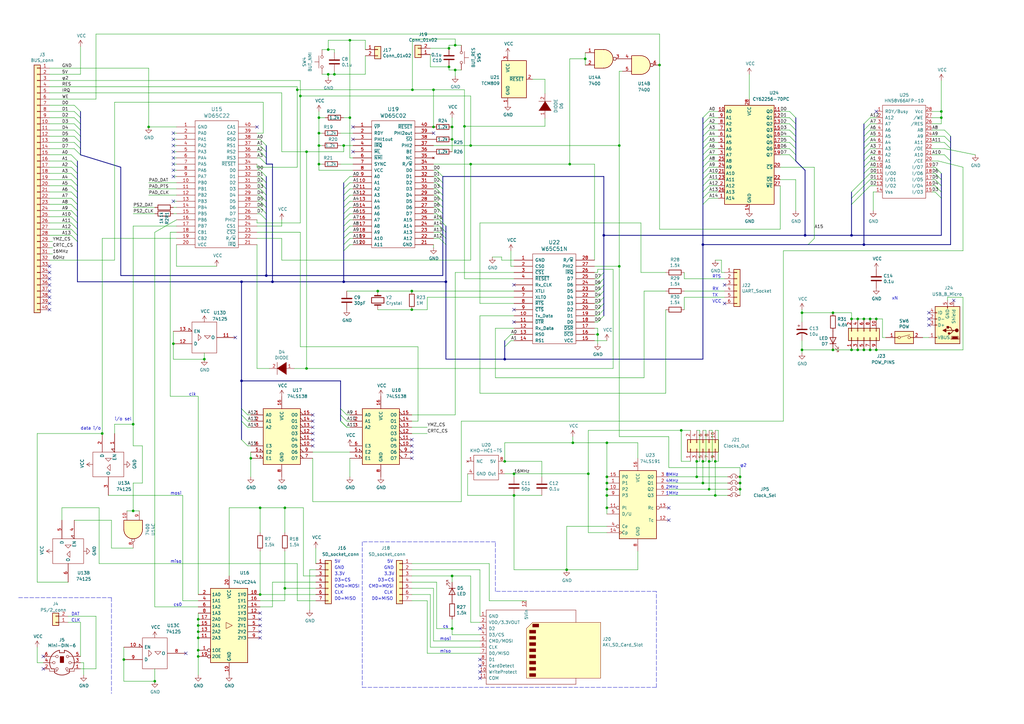
<source format=kicad_sch>
(kicad_sch (version 20250114) (generator "eeschema") (generator_version "9.0")
  (paper "A3")
  (lib_symbols
    (symbol "74xx:7400" (pin_names (offset 1.016))
      (property "Reference" "U" (at 0 1.27 0))
      (property "Value" "7400" (at 0 -1.27 0))
      (symbol "7400_1_1"
        (pin input line (at -7.62 2.54 0) (length 3.81) (name "~") (number "1"))
        (pin input line (at -7.62 -2.54 0) (length 3.81) (name "~") (number "2"))
        (pin output inverted (at 7.62 0 180) (length 3.81) (name "~") (number "3"))
      )
      (symbol "7400_1_2"
        (pin input inverted (at -7.62 2.54 0) (length 4.318) (name "~") (number "1"))
        (pin input inverted (at -7.62 -2.54 0) (length 4.318) (name "~") (number "2"))
        (pin output line (at 7.62 0 180) (length 3.81) (name "~") (number "3"))
      )
      (symbol "7400_2_1"
        (pin input line (at -7.62 2.54 0) (length 3.81) (name "~") (number "4"))
        (pin input line (at -7.62 -2.54 0) (length 3.81) (name "~") (number "5"))
        (pin output inverted (at 7.62 0 180) (length 3.81) (name "~") (number "6"))
      )
      (symbol "7400_2_2"
        (pin input inverted (at -7.62 2.54 0) (length 4.318) (name "~") (number "4"))
        (pin input inverted (at -7.62 -2.54 0) (length 4.318) (name "~") (number "5"))
        (pin output line (at 7.62 0 180) (length 3.81) (name "~") (number "6"))
      )
      (symbol "7400_3_1"
        (pin input line (at -7.62 2.54 0) (length 3.81) (name "~") (number "9"))
        (pin input line (at -7.62 -2.54 0) (length 3.81) (name "~") (number "10"))
        (pin output inverted (at 7.62 0 180) (length 3.81) (name "~") (number "8"))
      )
      (symbol "7400_3_2"
        (pin input inverted (at -7.62 2.54 0) (length 4.318) (name "~") (number "9"))
        (pin input inverted (at -7.62 -2.54 0) (length 4.318) (name "~") (number "10"))
        (pin output line (at 7.62 0 180) (length 3.81) (name "~") (number "8"))
      )
      (symbol "7400_4_1"
        (pin input line (at -7.62 2.54 0) (length 3.81) (name "~") (number "12"))
        (pin input line (at -7.62 -2.54 0) (length 3.81) (name "~") (number "13"))
        (pin output inverted (at 7.62 0 180) (length 3.81) (name "~") (number "11"))
      )
      (symbol "7400_4_2"
        (pin input inverted (at -7.62 2.54 0) (length 4.318) (name "~") (number "12"))
        (pin input inverted (at -7.62 -2.54 0) (length 4.318) (name "~") (number "13"))
        (pin output line (at 7.62 0 180) (length 3.81) (name "~") (number "11"))
      )
      (symbol "7400_5_0"
        (pin power_in line (at 0 12.7 270) (length 5.08) (name "VCC") (number "14"))
        (pin power_in line (at 0 -12.7 90) (length 5.08) (name "GND") (number "7"))
      )
    )
    (symbol "74xx:74HC244"
      (property "Reference" "U" (at -7.62 16.51 0))
      (property "Value" "74HC244" (at -7.62 -16.51 0))
      (symbol "74HC244_1_0"
        (pin input line (at -12.7 12.7 0) (length 5.08) (name "1A0") (number "2"))
        (pin input line (at -12.7 10.16 0) (length 5.08) (name "1A1") (number "4"))
        (pin input line (at -12.7 7.62 0) (length 5.08) (name "1A2") (number "6"))
        (pin input line (at -12.7 5.08 0) (length 5.08) (name "1A3") (number "8"))
        (pin input line (at -12.7 2.54 0) (length 5.08) (name "2A0") (number "17"))
        (pin input line (at -12.7 0 0) (length 5.08) (name "2A1") (number "15"))
        (pin input line (at -12.7 -2.54 0) (length 5.08) (name "2A2") (number "13"))
        (pin input line (at -12.7 -5.08 0) (length 5.08) (name "2A3") (number "11"))
        (pin input inverted (at -12.7 -10.16 0) (length 5.08) (name "1OE") (number "1"))
        (pin input inverted (at -12.7 -12.7 0) (length 5.08) (name "2OE") (number "19"))
        (pin power_in line (at 0 20.32 270) (length 5.08) (name "VCC") (number "20"))
        (pin power_in line (at 0 -20.32 90) (length 5.08) (name "GND") (number "10"))
        (pin tri_state line (at 12.7 12.7 180) (length 5.08) (name "1Y0") (number "18"))
        (pin tri_state line (at 12.7 10.16 180) (length 5.08) (name "1Y1") (number "16"))
        (pin tri_state line (at 12.7 7.62 180) (length 5.08) (name "1Y2") (number "14"))
        (pin tri_state line (at 12.7 5.08 180) (length 5.08) (name "1Y3") (number "12"))
        (pin tri_state line (at 12.7 2.54 180) (length 5.08) (name "2Y0") (number "3"))
        (pin tri_state line (at 12.7 0 180) (length 5.08) (name "2Y1") (number "5"))
        (pin tri_state line (at 12.7 -2.54 180) (length 5.08) (name "2Y2") (number "7"))
        (pin tri_state line (at 12.7 -5.08 180) (length 5.08) (name "2Y3") (number "9"))
      )
    )
    (symbol "74xx:74LS138" (pin_names (offset 1.016))
      (property "Reference" "U" (at -7.62 11.43 0))
      (property "Value" "74LS138" (at -7.62 -13.97 0))
      (symbol "74LS138_1_0"
        (pin input line (at -12.7 7.62 0) (length 5.08) (name "A0") (number "1"))
        (pin input line (at -12.7 5.08 0) (length 5.08) (name "A1") (number "2"))
        (pin input line (at -12.7 2.54 0) (length 5.08) (name "A2") (number "3"))
        (pin input line (at -12.7 -5.08 0) (length 5.08) (name "E3") (number "6"))
        (pin input input_low (at -12.7 -7.62 0) (length 5.08) (name "E2") (number "5"))
        (pin input input_low (at -12.7 -10.16 0) (length 5.08) (name "E1") (number "4"))
        (pin power_in line (at 0 15.24 270) (length 5.08) (name "VCC") (number "16"))
        (pin power_in line (at 0 -17.78 90) (length 5.08) (name "GND") (number "8"))
        (pin output output_low (at 12.7 7.62 180) (length 5.08) (name "O0") (number "15"))
        (pin output output_low (at 12.7 5.08 180) (length 5.08) (name "O1") (number "14"))
        (pin output output_low (at 12.7 2.54 180) (length 5.08) (name "O2") (number "13"))
        (pin output output_low (at 12.7 0 180) (length 5.08) (name "O3") (number "12"))
        (pin output output_low (at 12.7 -2.54 180) (length 5.08) (name "O4") (number "11"))
        (pin output output_low (at 12.7 -5.08 180) (length 5.08) (name "O5") (number "10"))
        (pin output output_low (at 12.7 -7.62 180) (length 5.08) (name "O6") (number "9"))
        (pin output output_low (at 12.7 -10.16 180) (length 5.08) (name "O7") (number "7"))
      )
    )
    (symbol "74xx:74LS191" (pin_names (offset 1.016))
      (property "Reference" "U" (at -7.62 13.97 0))
      (property "Value" "74LS191" (at -7.62 -16.51 0))
      (symbol "74LS191_1_0"
        (pin input line (at -12.7 10.16 0) (length 5.08) (name "P0") (number "15"))
        (pin input line (at -12.7 7.62 0) (length 5.08) (name "P1") (number "1"))
        (pin input line (at -12.7 5.08 0) (length 5.08) (name "P2") (number "10"))
        (pin input line (at -12.7 2.54 0) (length 5.08) (name "P3") (number "9"))
        (pin input inverted (at -12.7 -2.54 0) (length 5.08) (name "Pl") (number "11"))
        (pin input line (at -12.7 -5.08 0) (length 5.08) (name "D/U") (number "5"))
        (pin input inverted (at -12.7 -10.16 0) (length 5.08) (name "Ce") (number "4"))
        (pin input clock (at -12.7 -12.7 0) (length 5.08) (name "Cp") (number "14"))
        (pin power_in line (at 0 17.78 270) (length 5.08) (name "VCC") (number "16"))
        (pin power_in line (at 0 -20.32 90) (length 5.08) (name "GND") (number "8"))
        (pin output line (at 12.7 10.16 180) (length 5.08) (name "Q0") (number "3"))
        (pin output line (at 12.7 7.62 180) (length 5.08) (name "Q1") (number "2"))
        (pin output line (at 12.7 5.08 180) (length 5.08) (name "Q2") (number "6"))
        (pin output line (at 12.7 2.54 180) (length 5.08) (name "Q3") (number "7"))
        (pin output inverted (at 12.7 -2.54 180) (length 5.08) (name "Rc") (number "13"))
        (pin output line (at 12.7 -7.62 180) (length 5.08) (name "Tc") (number "12"))
      )
    )
    (symbol "74xx_IEEE:74125" (pin_names (offset 0.762))
      (property "Reference" "U" (at 6.35 6.35 0))
      (property "Value" "74125" (at 2.54 -7.62 0))
      (symbol "74125_0_1"
        (pin power_in line (at 0 6.35 270) (length 0) (hide yes) (name "VCC") (number "14"))
        (pin power_in line (at 0 -6.35 90) (length 0) (hide yes) (name "GND") (number "7"))
      )
      (symbol "74125_1_0"
        (pin input input_low (at -12.7 2.54 0) (length 7.62) (name "EN") (number "1"))
      )
      (symbol "74125_1_1"
        (pin input line (at -12.7 -2.54 0) (length 7.62) (name "D") (number "2"))
        (pin tri_state line (at 12.7 0 180) (length 7.62) (name "O") (number "3"))
      )
      (symbol "74125_2_0"
        (pin input input_low (at -12.7 2.54 0) (length 7.62) (name "EN") (number "4"))
      )
      (symbol "74125_2_1"
        (pin input line (at -12.7 -2.54 0) (length 7.62) (name "D") (number "5"))
        (pin tri_state line (at 12.7 0 180) (length 7.62) (name "O") (number "6"))
      )
      (symbol "74125_3_0"
        (pin input input_low (at -12.7 2.54 0) (length 7.62) (name "EN") (number "10"))
      )
      (symbol "74125_3_1"
        (pin input line (at -12.7 -2.54 0) (length 7.62) (name "D") (number "9"))
        (pin tri_state line (at 12.7 0 180) (length 7.62) (name "O") (number "8"))
      )
      (symbol "74125_4_0"
        (pin input input_low (at -12.7 2.54 0) (length 7.62) (name "EN") (number "13"))
      )
      (symbol "74125_4_1"
        (pin input line (at -12.7 -2.54 0) (length 7.62) (name "D") (number "12"))
        (pin tri_state line (at 12.7 0 180) (length 7.62) (name "O") (number "11"))
      )
    )
    (symbol "Connector:Mini-DIN-6" (pin_names (offset 1.016))
      (property "Reference" "J" (at 0 6.35 0))
      (property "Value" "Mini-DIN-6" (at 0 -6.35 0))
      (symbol "Mini-DIN-6_1_1"
        (pin passive line (at -7.62 2.54 0) (length 2.54) (name "~") (number "6"))
        (pin passive line (at -7.62 0 0) (length 2.54) (name "~") (number "4"))
        (pin passive line (at -7.62 -2.54 0) (length 2.54) (name "~") (number "2"))
        (pin passive line (at 7.62 2.54 180) (length 2.54) (name "~") (number "5"))
        (pin passive line (at 7.62 0 180) (length 2.54) (name "~") (number "3"))
        (pin passive line (at 7.62 -2.54 180) (length 2.54) (name "~") (number "1"))
      )
    )
    (symbol "Connector:USB_B_Micro" (pin_names (offset 1.016))
      (property "Reference" "J" (at -5.08 11.43 0))
      (property "Value" "USB_B_Micro" (at -5.08 8.89 0))
      (symbol "USB_B_Micro_1_1"
        (pin passive line (at -2.54 -10.16 90) (length 2.54) (name "Shield") (number "6"))
        (pin power_out line (at 0 -10.16 90) (length 2.54) (name "GND") (number "5"))
        (pin power_out line (at 7.62 5.08 180) (length 2.54) (name "VBUS") (number "1"))
        (pin bidirectional line (at 7.62 0 180) (length 2.54) (name "D+") (number "3"))
        (pin bidirectional line (at 7.62 -2.54 180) (length 2.54) (name "D-") (number "2"))
        (pin passive line (at 7.62 -5.08 180) (length 2.54) (name "ID") (number "4"))
      )
    )
    (symbol "Connector_Generic:Conn_01x02" (pin_names (offset 1.016) (hide yes))
      (property "Reference" "J" (at 0 2.54 0))
      (property "Value" "Conn_01x02" (at 0 -5.08 0))
      (symbol "Conn_01x02_1_1"
        (pin passive line (at -5.08 0 0) (length 3.81) (name "Pin_1") (number "1"))
        (pin passive line (at -5.08 -2.54 0) (length 3.81) (name "Pin_2") (number "2"))
      )
    )
    (symbol "Connector_Generic:Conn_01x06" (pin_names (offset 1.016) (hide yes))
      (property "Reference" "J" (at 0 7.62 0))
      (property "Value" "Conn_01x06" (at 0 -10.16 0))
      (symbol "Conn_01x06_1_1"
        (pin passive line (at -5.08 5.08 0) (length 3.81) (name "Pin_1") (number "1"))
        (pin passive line (at -5.08 2.54 0) (length 3.81) (name "Pin_2") (number "2"))
        (pin passive line (at -5.08 0 0) (length 3.81) (name "Pin_3") (number "3"))
        (pin passive line (at -5.08 -2.54 0) (length 3.81) (name "Pin_4") (number "4"))
        (pin passive line (at -5.08 -5.08 0) (length 3.81) (name "Pin_5") (number "5"))
        (pin passive line (at -5.08 -7.62 0) (length 3.81) (name "Pin_6") (number "6"))
      )
    )
    (symbol "Connector_Generic:Conn_01x07" (pin_names (offset 1.016) (hide yes))
      (property "Reference" "J" (at 0 10.16 0))
      (property "Value" "Conn_01x07" (at 0 -10.16 0))
      (symbol "Conn_01x07_1_1"
        (pin passive line (at -5.08 7.62 0) (length 3.81) (name "Pin_1") (number "1"))
        (pin passive line (at -5.08 5.08 0) (length 3.81) (name "Pin_2") (number "2"))
        (pin passive line (at -5.08 2.54 0) (length 3.81) (name "Pin_3") (number "3"))
        (pin passive line (at -5.08 0 0) (length 3.81) (name "Pin_4") (number "4"))
        (pin passive line (at -5.08 -2.54 0) (length 3.81) (name "Pin_5") (number "5"))
        (pin passive line (at -5.08 -5.08 0) (length 3.81) (name "Pin_6") (number "6"))
        (pin passive line (at -5.08 -7.62 0) (length 3.81) (name "Pin_7") (number "7"))
      )
    )
    (symbol "Connector_Generic:Conn_01x40" (pin_names (offset 1.016) (hide yes))
      (property "Reference" "J" (at 0 50.8 0))
      (property "Value" "Conn_01x40" (at 0 -53.34 0))
      (symbol "Conn_01x40_1_1"
        (pin passive line (at -5.08 48.26 0) (length 3.81) (name "Pin_1") (number "1"))
        (pin passive line (at -5.08 45.72 0) (length 3.81) (name "Pin_2") (number "2"))
        (pin passive line (at -5.08 43.18 0) (length 3.81) (name "Pin_3") (number "3"))
        (pin passive line (at -5.08 40.64 0) (length 3.81) (name "Pin_4") (number "4"))
        (pin passive line (at -5.08 38.1 0) (length 3.81) (name "Pin_5") (number "5"))
        (pin passive line (at -5.08 35.56 0) (length 3.81) (name "Pin_6") (number "6"))
        (pin passive line (at -5.08 33.02 0) (length 3.81) (name "Pin_7") (number "7"))
        (pin passive line (at -5.08 30.48 0) (length 3.81) (name "Pin_8") (number "8"))
        (pin passive line (at -5.08 27.94 0) (length 3.81) (name "Pin_9") (number "9"))
        (pin passive line (at -5.08 25.4 0) (length 3.81) (name "Pin_10") (number "10"))
        (pin passive line (at -5.08 22.86 0) (length 3.81) (name "Pin_11") (number "11"))
        (pin passive line (at -5.08 20.32 0) (length 3.81) (name "Pin_12") (number "12"))
        (pin passive line (at -5.08 17.78 0) (length 3.81) (name "Pin_13") (number "13"))
        (pin passive line (at -5.08 15.24 0) (length 3.81) (name "Pin_14") (number "14"))
        (pin passive line (at -5.08 12.7 0) (length 3.81) (name "Pin_15") (number "15"))
        (pin passive line (at -5.08 10.16 0) (length 3.81) (name "Pin_16") (number "16"))
        (pin passive line (at -5.08 7.62 0) (length 3.81) (name "Pin_17") (number "17"))
        (pin passive line (at -5.08 5.08 0) (length 3.81) (name "Pin_18") (number "18"))
        (pin passive line (at -5.08 2.54 0) (length 3.81) (name "Pin_19") (number "19"))
        (pin passive line (at -5.08 0 0) (length 3.81) (name "Pin_20") (number "20"))
        (pin passive line (at -5.08 -2.54 0) (length 3.81) (name "Pin_21") (number "21"))
        (pin passive line (at -5.08 -5.08 0) (length 3.81) (name "Pin_22") (number "22"))
        (pin passive line (at -5.08 -7.62 0) (length 3.81) (name "Pin_23") (number "23"))
        (pin passive line (at -5.08 -10.16 0) (length 3.81) (name "Pin_24") (number "24"))
        (pin passive line (at -5.08 -12.7 0) (length 3.81) (name "Pin_25") (number "25"))
        (pin passive line (at -5.08 -15.24 0) (length 3.81) (name "Pin_26") (number "26"))
        (pin passive line (at -5.08 -17.78 0) (length 3.81) (name "Pin_27") (number "27"))
        (pin passive line (at -5.08 -20.32 0) (length 3.81) (name "Pin_28") (number "28"))
        (pin passive line (at -5.08 -22.86 0) (length 3.81) (name "Pin_29") (number "29"))
        (pin passive line (at -5.08 -25.4 0) (length 3.81) (name "Pin_30") (number "30"))
        (pin passive line (at -5.08 -27.94 0) (length 3.81) (name "Pin_31") (number "31"))
        (pin passive line (at -5.08 -30.48 0) (length 3.81) (name "Pin_32") (number "32"))
        (pin passive line (at -5.08 -33.02 0) (length 3.81) (name "Pin_33") (number "33"))
        (pin passive line (at -5.08 -35.56 0) (length 3.81) (name "Pin_34") (number "34"))
        (pin passive line (at -5.08 -38.1 0) (length 3.81) (name "Pin_35") (number "35"))
        (pin passive line (at -5.08 -40.64 0) (length 3.81) (name "Pin_36") (number "36"))
        (pin passive line (at -5.08 -43.18 0) (length 3.81) (name "Pin_37") (number "37"))
        (pin passive line (at -5.08 -45.72 0) (length 3.81) (name "Pin_38") (number "38"))
        (pin passive line (at -5.08 -48.26 0) (length 3.81) (name "Pin_39") (number "39"))
        (pin passive line (at -5.08 -50.8 0) (length 3.81) (name "Pin_40") (number "40"))
      )
    )
    (symbol "Connector_Generic:Conn_02x05_Odd_Even" (pin_names (offset 1.016) (hide yes))
      (property "Reference" "J" (at 1.27 7.62 0))
      (property "Value" "Conn_02x05_Odd_Even" (at 1.27 -7.62 0))
      (symbol "Conn_02x05_Odd_Even_1_1"
        (pin passive line (at -5.08 5.08 0) (length 3.81) (name "Pin_1") (number "1"))
        (pin passive line (at -5.08 2.54 0) (length 3.81) (name "Pin_3") (number "3"))
        (pin passive line (at -5.08 0 0) (length 3.81) (name "Pin_5") (number "5"))
        (pin passive line (at -5.08 -2.54 0) (length 3.81) (name "Pin_7") (number "7"))
        (pin passive line (at -5.08 -5.08 0) (length 3.81) (name "Pin_9") (number "9"))
        (pin passive line (at 7.62 5.08 180) (length 3.81) (name "Pin_2") (number "2"))
        (pin passive line (at 7.62 2.54 180) (length 3.81) (name "Pin_4") (number "4"))
        (pin passive line (at 7.62 0 180) (length 3.81) (name "Pin_6") (number "6"))
        (pin passive line (at 7.62 -2.54 180) (length 3.81) (name "Pin_8") (number "8"))
        (pin passive line (at 7.62 -5.08 180) (length 3.81) (name "Pin_10") (number "10"))
      )
    )
    (symbol "Device:C" (pin_numbers (hide yes)) (pin_names (offset 0.254))
      (property "Reference" "C" (at 0.635 2.54 0))
      (property "Value" "C" (at 0.635 -2.54 0))
      (symbol "C_1_1"
        (pin passive line (at 0 3.81 270) (length 2.794) (name "~") (number "1"))
        (pin passive line (at 0 -3.81 90) (length 2.794) (name "~") (number "2"))
      )
    )
    (symbol "Device:Crystal" (pin_numbers (hide yes)) (pin_names (offset 1.016) (hide yes))
      (property "Reference" "Y" (at 0 3.81 0))
      (property "Value" "Crystal" (at 0 -3.81 0))
      (symbol "Crystal_1_1"
        (pin passive line (at -3.81 0 0) (length 1.27) (name "1") (number "1"))
        (pin passive line (at 3.81 0 180) (length 1.27) (name "2") (number "2"))
      )
    )
    (symbol "Device:LED" (pin_numbers (hide yes)) (pin_names (offset 1.016) (hide yes))
      (property "Reference" "D" (at 0 2.54 0))
      (property "Value" "LED" (at 0 -2.54 0))
      (symbol "LED_1_1"
        (pin passive line (at -3.81 0 0) (length 2.54) (name "K") (number "1"))
        (pin passive line (at 3.81 0 180) (length 2.54) (name "A") (number "2"))
      )
    )
    (symbol "Device:R" (pin_numbers (hide yes)) (pin_names (offset 0))
      (property "Reference" "R" (at 2.032 0 90))
      (property "Value" "R" (at 0 0 90))
      (symbol "R_1_1"
        (pin passive line (at 0 3.81 270) (length 1.27) (name "~") (number "1"))
        (pin passive line (at 0 -3.81 90) (length 1.27) (name "~") (number "2"))
      )
    )
    (symbol "FxT-65-Mother-rescue:AKI_SD_Card_Slot-ponzu840w" (pin_names (offset 1.016))
      (property "Reference" "J" (at -16.51 13.97 0))
      (property "Value" "AKI_SD_Card_Slot-ponzu840w" (at 16.51 -20.32 0))
      (symbol "AKI_SD_Card_Slot-ponzu840w_1_1"
        (pin power_in line (at -22.86 10.16 0) (length 2.54) (name "GND") (number "1"))
        (pin power_out line (at -22.86 7.62 0) (length 2.54) (name "VDD/3.3VOUT") (number "2"))
        (pin bidirectional line (at -22.86 5.08 0) (length 2.54) (name "D2") (number "3"))
        (pin bidirectional line (at -22.86 2.54 0) (length 2.54) (name "D3/CS") (number "4"))
        (pin input line (at -22.86 0 0) (length 2.54) (name "CMD/MOSI") (number "5"))
        (pin input line (at -22.86 -2.54 0) (length 2.54) (name "CLK") (number "6"))
        (pin input line (at -22.86 -5.08 0) (length 2.54) (name "D0/MISO") (number "7"))
        (pin bidirectional line (at -22.86 -7.62 0) (length 2.54) (name "D1") (number "8"))
        (pin output line (at -22.86 -10.16 0) (length 2.54) (name "CardDetect") (number "9"))
        (pin output line (at -22.86 -12.7 0) (length 2.54) (name "WriteProtect") (number "10"))
        (pin output line (at -22.86 -15.24 0) (length 2.54) (name "COM") (number "11"))
        (pin power_in line (at -3.81 16.51 270) (length 2.54) (name "5Vin") (number "12"))
      )
    )
    (symbol "FxT-65-Mother-rescue:CP1-Device" (pin_numbers (hide yes)) (pin_names (offset 0.254) (hide yes))
      (property "Reference" "C" (at 0.635 2.54 0))
      (property "Value" "CP1-Device" (at 0.635 -2.54 0))
      (symbol "CP1-Device_1_1"
        (pin passive line (at 0 3.81 270) (length 2.794) (name "~") (number "1"))
        (pin passive line (at 0 -3.81 90) (length 3.302) (name "~") (number "2"))
      )
    )
    (symbol "FxT-65-Mother-rescue:HN58V66AFP-10-ponzu840w" (pin_names (offset 1.016))
      (property "Reference" "U" (at 0 16.51 0))
      (property "Value" "HN58V66AFP-10-ponzu840w" (at 0 13.97 0))
      (symbol "HN58V66AFP-10-ponzu840w_1_1"
        (pin output line (at -11.43 10.16 0) (length 2.54) (name "RDY/Busy") (number "1"))
        (pin input line (at -11.43 7.62 0) (length 2.54) (name "A12") (number "2"))
        (pin input line (at -11.43 5.08 0) (length 2.54) (name "A7") (number "3"))
        (pin input line (at -11.43 2.54 0) (length 2.54) (name "A6") (number "4"))
        (pin input line (at -11.43 0 0) (length 2.54) (name "A5") (number "5"))
        (pin input line (at -11.43 -2.54 0) (length 2.54) (name "A4") (number "6"))
        (pin input line (at -11.43 -5.08 0) (length 2.54) (name "A3") (number "7"))
        (pin input line (at -11.43 -7.62 0) (length 2.54) (name "A2") (number "8"))
        (pin input line (at -11.43 -10.16 0) (length 2.54) (name "A1") (number "9"))
        (pin input line (at -11.43 -12.7 0) (length 2.54) (name "A0") (number "10"))
        (pin input line (at -11.43 -15.24 0) (length 2.54) (name "I/O0") (number "11"))
        (pin input line (at -11.43 -17.78 0) (length 2.54) (name "I/O1") (number "12"))
        (pin input line (at -11.43 -20.32 0) (length 2.54) (name "I/O2") (number "13"))
        (pin power_in line (at -11.43 -22.86 0) (length 2.54) (name "Vss") (number "14"))
        (pin power_in line (at 11.43 10.16 180) (length 2.54) (name "Vcc") (number "28"))
        (pin input line (at 11.43 7.62 180) (length 2.54) (name "/WE") (number "27"))
        (pin input line (at 11.43 5.08 180) (length 2.54) (name "/RES") (number "26"))
        (pin input line (at 11.43 2.54 180) (length 2.54) (name "A8") (number "25"))
        (pin input line (at 11.43 0 180) (length 2.54) (name "A9") (number "24"))
        (pin input line (at 11.43 -2.54 180) (length 2.54) (name "A11") (number "23"))
        (pin input line (at 11.43 -5.08 180) (length 2.54) (name "/OE") (number "22"))
        (pin input line (at 11.43 -7.62 180) (length 2.54) (name "A10") (number "21"))
        (pin input line (at 11.43 -10.16 180) (length 2.54) (name "/CE") (number "20"))
        (pin input line (at 11.43 -12.7 180) (length 2.54) (name "I/O7") (number "19"))
        (pin input line (at 11.43 -15.24 180) (length 2.54) (name "I/O6") (number "18"))
        (pin input line (at 11.43 -17.78 180) (length 2.54) (name "I/O5") (number "17"))
        (pin input line (at 11.43 -20.32 180) (length 2.54) (name "I/O4") (number "16"))
        (pin input line (at 11.43 -22.86 180) (length 2.54) (name "I/O3") (number "15"))
      )
    )
    (symbol "FxT-65-Mother-rescue:Jumper_NC_Small-Device" (pin_numbers (hide yes)) (pin_names (offset 0.762) (hide yes))
      (property "Reference" "JP" (at 0 2.032 0))
      (property "Value" "Jumper_NC_Small-Device" (at 0.254 -1.524 0))
      (symbol "Jumper_NC_Small-Device_0_1"
        (pin passive line (at -2.54 0 0) (length 1.016) (name "1") (number "1"))
        (pin passive line (at 2.54 0 180) (length 1.016) (name "2") (number "2"))
      )
    )
    (symbol "FxT-65-Mother-rescue:KHO-HC1-TS-ponzu840w" (pin_names (offset 1.016))
      (property "Reference" "U" (at 0 10.16 0))
      (property "Value" "KHO-HC1-TS-ponzu840w" (at 0 7.62 0))
      (symbol "KHO-HC1-TS-ponzu840w_1_1"
        (pin no_connect line (at -7.62 2.54 0) (length 2.54) (name "NC") (number "1"))
        (pin input line (at -7.62 -2.54 0) (length 2.54) (name "GND") (number "4"))
        (pin power_in line (at 7.62 2.54 180) (length 2.54) (name "5V") (number "8"))
        (pin output line (at 7.62 -2.54 180) (length 2.54) (name "Out") (number "5"))
      )
    )
    (symbol "FxT-65-Mother-rescue:W65C51N-65xx" (pin_names (offset 1.016))
      (property "Reference" "U" (at 0 -21.59 0))
      (property "Value" "W65C51N-65xx" (at 1.27 0 90))
      (symbol "W65C51N-65xx_1_1"
        (pin input line (at -16.51 15.24 0) (length 7.62) (name "GND") (number "1"))
        (pin input line (at -16.51 12.7 0) (length 7.62) (name "CS0") (number "2"))
        (pin input line (at -16.51 10.16 0) (length 7.62) (name "~{CS1}") (number "3"))
        (pin input line (at -16.51 7.62 0) (length 7.62) (name "~{RESET}") (number "4"))
        (pin input line (at -16.51 5.08 0) (length 7.62) (name "Rx_CLK") (number "~"))
        (pin input line (at -16.51 2.54 0) (length 7.62) (name "XTLI") (number "6"))
        (pin input line (at -16.51 0 0) (length 7.62) (name "XLT0") (number "7"))
        (pin input line (at -16.51 -2.54 0) (length 7.62) (name "~{RTS}") (number "8"))
        (pin input line (at -16.51 -5.08 0) (length 7.62) (name "~{CTS}") (number "9"))
        (pin input line (at -16.51 -7.62 0) (length 7.62) (name "Tx_Data") (number "10"))
        (pin input line (at -16.51 -10.16 0) (length 7.62) (name "~{DTR}") (number "11"))
        (pin input line (at -16.51 -12.7 0) (length 7.62) (name "Rx_Data") (number "12"))
        (pin input line (at -16.51 -15.24 0) (length 7.62) (name "RS0") (number "13"))
        (pin input line (at -16.51 -17.78 0) (length 7.62) (name "RS1") (number "14"))
        (pin input line (at 16.51 15.24 180) (length 7.62) (name "R/~{W}") (number "28"))
        (pin input line (at 16.51 12.7 180) (length 7.62) (name "PHI2") (number "27"))
        (pin output line (at 16.51 10.16 180) (length 7.62) (name "~{IRQ}") (number "26"))
        (pin bidirectional line (at 16.51 7.62 180) (length 7.62) (name "D7") (number "25"))
        (pin bidirectional line (at 16.51 5.08 180) (length 7.62) (name "D6") (number "24"))
        (pin bidirectional line (at 16.51 2.54 180) (length 7.62) (name "D5") (number "23"))
        (pin bidirectional line (at 16.51 0 180) (length 7.62) (name "D4") (number "22"))
        (pin bidirectional line (at 16.51 -2.54 180) (length 7.62) (name "D3") (number "21"))
        (pin bidirectional line (at 16.51 -5.08 180) (length 7.62) (name "D2") (number "20"))
        (pin bidirectional line (at 16.51 -7.62 180) (length 7.62) (name "D1") (number "19"))
        (pin bidirectional line (at 16.51 -10.16 180) (length 7.62) (name "D0") (number "18"))
        (pin input line (at 16.51 -12.7 180) (length 7.62) (name "~{DSR}") (number "17"))
        (pin input line (at 16.51 -15.24 180) (length 7.62) (name "~{DCD}") (number "16"))
        (pin power_in line (at 16.51 -17.78 180) (length 7.62) (name "VCC") (number "15"))
      )
    )
    (symbol "FxT-65-Mother-rescue:WD65C02-65xx" (pin_names (offset 1.016))
      (property "Reference" "U" (at 0 -29.21 0))
      (property "Value" "WD65C02-65xx" (at 0 -2.54 90))
      (symbol "WD65C02-65xx_1_1"
        (pin output line (at -16.51 22.86 0) (length 7.62) (name "~{VP}") (number "1"))
        (pin bidirectional line (at -16.51 20.32 0) (length 7.62) (name "RDY") (number "2"))
        (pin output line (at -16.51 17.78 0) (length 7.62) (name "PHI1out") (number "3"))
        (pin input line (at -16.51 15.24 0) (length 7.62) (name "~{IRQ}") (number "4"))
        (pin output line (at -16.51 12.7 0) (length 7.62) (name "~{ML}") (number "5"))
        (pin input line (at -16.51 10.16 0) (length 7.62) (name "~{NMI}") (number "6"))
        (pin output line (at -16.51 7.62 0) (length 7.62) (name "SYNC") (number "7"))
        (pin power_in line (at -16.51 5.08 0) (length 7.62) (name "VCC") (number "8"))
        (pin output line (at -16.51 2.54 0) (length 7.62) (name "A0") (number "9"))
        (pin output line (at -16.51 0 0) (length 7.62) (name "A1") (number "10"))
        (pin output line (at -16.51 -2.54 0) (length 7.62) (name "A2") (number "11"))
        (pin output line (at -16.51 -5.08 0) (length 7.62) (name "A3") (number "12"))
        (pin output line (at -16.51 -7.62 0) (length 7.62) (name "A4") (number "13"))
        (pin output line (at -16.51 -10.16 0) (length 7.62) (name "A5") (number "14"))
        (pin output line (at -16.51 -12.7 0) (length 7.62) (name "A6") (number "15"))
        (pin output line (at -16.51 -15.24 0) (length 7.62) (name "A7") (number "16"))
        (pin output line (at -16.51 -17.78 0) (length 7.62) (name "A8") (number "17"))
        (pin output line (at -16.51 -20.32 0) (length 7.62) (name "A9") (number "18"))
        (pin output line (at -16.51 -22.86 0) (length 7.62) (name "A10") (number "19"))
        (pin output line (at -16.51 -25.4 0) (length 7.62) (name "A11") (number "20"))
        (pin input line (at 16.51 22.86 180) (length 7.62) (name "~{RESET}") (number "40"))
        (pin output line (at 16.51 20.32 180) (length 7.62) (name "PHI2out") (number "39"))
        (pin output line (at 16.51 17.78 180) (length 7.62) (name "~{SO}") (number "38"))
        (pin input line (at 16.51 15.24 180) (length 7.62) (name "PHI2") (number "37"))
        (pin input line (at 16.51 12.7 180) (length 7.62) (name "BE") (number "36"))
        (pin no_connect line (at 16.51 10.16 180) (length 7.62) (name "NC") (number "35"))
        (pin output line (at 16.51 7.62 180) (length 7.62) (name "R/~{W}") (number "34"))
        (pin tri_state line (at 16.51 5.08 180) (length 7.62) (name "D0") (number "33"))
        (pin tri_state line (at 16.51 2.54 180) (length 7.62) (name "D1") (number "32"))
        (pin tri_state line (at 16.51 0 180) (length 7.62) (name "D2") (number "31"))
        (pin tri_state line (at 16.51 -2.54 180) (length 7.62) (name "D3") (number "30"))
        (pin tri_state line (at 16.51 -5.08 180) (length 7.62) (name "D4") (number "29"))
        (pin tri_state line (at 16.51 -7.62 180) (length 7.62) (name "D5") (number "28"))
        (pin tri_state line (at 16.51 -10.16 180) (length 7.62) (name "D6") (number "27"))
        (pin tri_state line (at 16.51 -12.7 180) (length 7.62) (name "D7") (number "26"))
        (pin output line (at 16.51 -15.24 180) (length 7.62) (name "A15") (number "25"))
        (pin output line (at 16.51 -17.78 180) (length 7.62) (name "A14") (number "24"))
        (pin output line (at 16.51 -20.32 180) (length 7.62) (name "A13") (number "23"))
        (pin output line (at 16.51 -22.86 180) (length 7.62) (name "A12") (number "22"))
        (pin power_in line (at 16.51 -25.4 180) (length 7.62) (name "GND") (number "21"))
      )
    )
    (symbol "FxT-65-Mother-rescue:WD65C22-65xx" (pin_names (offset 1.016))
      (property "Reference" "U" (at 0 -29.21 0))
      (property "Value" "WD65C22-65xx" (at 0 -2.54 90))
      (symbol "WD65C22-65xx_1_1"
        (pin output line (at -16.51 22.86 0) (length 7.62) (name "GND") (number "1"))
        (pin bidirectional line (at -16.51 20.32 0) (length 7.62) (name "PA0") (number "2"))
        (pin bidirectional line (at -16.51 17.78 0) (length 7.62) (name "PA1") (number "3"))
        (pin bidirectional line (at -16.51 15.24 0) (length 7.62) (name "PA2") (number "4"))
        (pin bidirectional line (at -16.51 12.7 0) (length 7.62) (name "PA3") (number "5"))
        (pin bidirectional line (at -16.51 10.16 0) (length 7.62) (name "PA4") (number "6"))
        (pin bidirectional line (at -16.51 7.62 0) (length 7.62) (name "PA5") (number "7"))
        (pin bidirectional line (at -16.51 5.08 0) (length 7.62) (name "PA6") (number "8"))
        (pin bidirectional line (at -16.51 2.54 0) (length 7.62) (name "PA7") (number "9"))
        (pin bidirectional line (at -16.51 0 0) (length 7.62) (name "PB0") (number "10"))
        (pin bidirectional line (at -16.51 -2.54 0) (length 7.62) (name "PB1") (number "11"))
        (pin bidirectional line (at -16.51 -5.08 0) (length 7.62) (name "PB2") (number "12"))
        (pin bidirectional line (at -16.51 -7.62 0) (length 7.62) (name "PB3") (number "13"))
        (pin bidirectional line (at -16.51 -10.16 0) (length 7.62) (name "PB4") (number "14"))
        (pin bidirectional line (at -16.51 -12.7 0) (length 7.62) (name "PB5") (number "15"))
        (pin bidirectional line (at -16.51 -15.24 0) (length 7.62) (name "PB6") (number "16"))
        (pin bidirectional line (at -16.51 -17.78 0) (length 7.62) (name "PB7") (number "17"))
        (pin bidirectional line (at -16.51 -20.32 0) (length 7.62) (name "CB1") (number "18"))
        (pin output line (at -16.51 -22.86 0) (length 7.62) (name "CB2") (number "19"))
        (pin power_in line (at -16.51 -25.4 0) (length 7.62) (name "VCC") (number "20"))
        (pin bidirectional line (at 16.51 22.86 180) (length 7.62) (name "CA1") (number "40"))
        (pin bidirectional line (at 16.51 20.32 180) (length 7.62) (name "CA2") (number "39"))
        (pin input line (at 16.51 17.78 180) (length 7.62) (name "RS0") (number "38"))
        (pin input line (at 16.51 15.24 180) (length 7.62) (name "RS1") (number "37"))
        (pin input line (at 16.51 12.7 180) (length 7.62) (name "RS2") (number "36"))
        (pin input line (at 16.51 10.16 180) (length 7.62) (name "RS3") (number "35"))
        (pin input line (at 16.51 7.62 180) (length 7.62) (name "~{RESET}") (number "34"))
        (pin tri_state line (at 16.51 5.08 180) (length 7.62) (name "D0") (number "33"))
        (pin tri_state line (at 16.51 2.54 180) (length 7.62) (name "D1") (number "32"))
        (pin tri_state line (at 16.51 0 180) (length 7.62) (name "D2") (number "31"))
        (pin tri_state line (at 16.51 -2.54 180) (length 7.62) (name "D3") (number "30"))
        (pin tri_state line (at 16.51 -5.08 180) (length 7.62) (name "D4") (number "29"))
        (pin tri_state line (at 16.51 -7.62 180) (length 7.62) (name "D5") (number "28"))
        (pin tri_state line (at 16.51 -10.16 180) (length 7.62) (name "D6") (number "27"))
        (pin tri_state line (at 16.51 -12.7 180) (length 7.62) (name "D7") (number "26"))
        (pin input line (at 16.51 -15.24 180) (length 7.62) (name "PHI2") (number "25"))
        (pin input line (at 16.51 -17.78 180) (length 7.62) (name "CS1") (number "24"))
        (pin input line (at 16.51 -20.32 180) (length 7.62) (name "~{CS2}") (number "23"))
        (pin input line (at 16.51 -22.86 180) (length 7.62) (name "R/~{W}") (number "22"))
        (pin output line (at 16.51 -25.4 180) (length 7.62) (name "~{IRQ}") (number "21"))
      )
    )
    (symbol "Memory_RAM:CY62256-70PC"
      (property "Reference" "U" (at -10.16 20.955 0))
      (property "Value" "CY62256-70PC" (at 2.54 20.955 0))
      (symbol "CY62256-70PC_0_0"
        (pin power_in line (at 0 22.86 270) (length 2.54) (name "VCC") (number "28"))
        (pin power_in line (at 0 -22.86 90) (length 2.54) (name "GND") (number "14"))
      )
      (symbol "CY62256-70PC_1_1"
        (pin input line (at -12.7 17.78 0) (length 2.54) (name "A0") (number "10"))
        (pin input line (at -12.7 15.24 0) (length 2.54) (name "A1") (number "9"))
        (pin input line (at -12.7 12.7 0) (length 2.54) (name "A2") (number "8"))
        (pin input line (at -12.7 10.16 0) (length 2.54) (name "A3") (number "7"))
        (pin input line (at -12.7 7.62 0) (length 2.54) (name "A4") (number "6"))
        (pin input line (at -12.7 5.08 0) (length 2.54) (name "A5") (number "5"))
        (pin input line (at -12.7 2.54 0) (length 2.54) (name "A6") (number "4"))
        (pin input line (at -12.7 0 0) (length 2.54) (name "A7") (number "3"))
        (pin input line (at -12.7 -2.54 0) (length 2.54) (name "A8") (number "25"))
        (pin input line (at -12.7 -5.08 0) (length 2.54) (name "A9") (number "24"))
        (pin input line (at -12.7 -7.62 0) (length 2.54) (name "A10") (number "21"))
        (pin input line (at -12.7 -10.16 0) (length 2.54) (name "A11") (number "23"))
        (pin input line (at -12.7 -12.7 0) (length 2.54) (name "A12") (number "2"))
        (pin input line (at -12.7 -15.24 0) (length 2.54) (name "A13") (number "26"))
        (pin input line (at -12.7 -17.78 0) (length 2.54) (name "A14") (number "1"))
        (pin tri_state line (at 12.7 17.78 180) (length 2.54) (name "Q0") (number "11"))
        (pin tri_state line (at 12.7 15.24 180) (length 2.54) (name "Q1") (number "12"))
        (pin tri_state line (at 12.7 12.7 180) (length 2.54) (name "Q2") (number "13"))
        (pin tri_state line (at 12.7 10.16 180) (length 2.54) (name "Q3") (number "15"))
        (pin tri_state line (at 12.7 7.62 180) (length 2.54) (name "Q4") (number "16"))
        (pin tri_state line (at 12.7 5.08 180) (length 2.54) (name "Q5") (number "17"))
        (pin tri_state line (at 12.7 2.54 180) (length 2.54) (name "Q6") (number "18"))
        (pin tri_state line (at 12.7 0 180) (length 2.54) (name "Q7") (number "19"))
        (pin input line (at 12.7 -5.08 180) (length 2.54) (name "~{CS}") (number "20"))
        (pin input line (at 12.7 -10.16 180) (length 2.54) (name "~{OE}") (number "22"))
        (pin input line (at 12.7 -12.7 180) (length 2.54) (name "~{WE}") (number "27"))
      )
    )
    (symbol "Power_Supervisor:TCM809" (pin_names (offset 1.016))
      (property "Reference" "U" (at 0 8.89 0))
      (property "Value" "TCM809" (at -1.27 -8.89 0))
      (symbol "TCM809_1_1"
        (pin power_in line (at -2.54 10.16 270) (length 2.54) (name "VCC") (number "3"))
        (pin power_in line (at -2.54 -10.16 90) (length 2.54) (name "GND") (number "1"))
        (pin output line (at 7.62 0 180) (length 2.54) (name "~{RESET}") (number "2"))
      )
    )
    (symbol "Switch:SW_DIP_x01" (pin_names (offset 0) (hide yes))
      (property "Reference" "SW" (at 0 3.81 0))
      (property "Value" "SW_DIP_x01" (at 0 -3.81 0))
      (symbol "SW_DIP_x01_1_1"
        (pin passive line (at -7.62 0 0) (length 5.08) (name "~") (number "1"))
        (pin passive line (at 7.62 0 180) (length 5.08) (name "~") (number "2"))
      )
    )
    (symbol "Switch:SW_Push" (pin_numbers (hide yes)) (pin_names (offset 1.016) (hide yes))
      (property "Reference" "SW" (at 1.27 2.54 0))
      (property "Value" "SW_Push" (at 0 -1.524 0))
      (symbol "SW_Push_0_1"
        (pin passive line (at -5.08 0 0) (length 2.54) (name "1") (number "1"))
        (pin passive line (at 5.08 0 180) (length 2.54) (name "2") (number "2"))
      )
    )
    (symbol "power:GND" (power) (pin_names (offset 0))
      (property "Value" "GND" (at 0 -3.81 0))
      (symbol "GND_1_1"
        (pin power_in line (at 0 0 270) (length 0) (hide yes) (name "GND") (number "1"))
      )
    )
    (symbol "power:VCC" (power) (pin_names (offset 0))
      (property "Value" "VCC" (at 0 3.81 0))
      (symbol "VCC_1_1"
        (pin power_in line (at 0 0 90) (length 0) (hide yes) (name "VCC") (number "1"))
      )
    )
    (symbol "pspice:DIODE" (pin_names (offset 1.016) (hide yes))
      (property "Reference" "D" (at 0 3.81 0))
      (property "Value" "DIODE" (at 0 -4.445 0))
      (symbol "DIODE_1_1"
        (pin input line (at -5.08 0 0) (length 3.81) (name "K") (number "1"))
        (pin input line (at 5.08 0 180) (length 3.81) (name "A") (number "2"))
      )
    )
  )
  (text "cs" (at 181.61 257.81 0) (effects (font (size 1.27 1.27)) (justify left bottom)))
  (text "3.3V" (at 157.48 236.22 0) (effects (font (size 1.27 1.27)) (justify left bottom)))
  (text "3.3V" (at 137.16 236.22 0) (effects (font (size 1.27 1.27)) (justify left bottom)))
  (text "RTS" (at 292.1 114.3 0) (effects (font (size 1.27 1.27)) (justify left bottom)))
  (text "5V" (at 158.75 231.14 0) (effects (font (size 1.27 1.27)) (justify left bottom)))
  (text "RX" (at 292.1 119.38 0) (effects (font (size 1.27 1.27)) (justify left bottom)))
  (text "clk" (at 77.47 162.56 0) (effects (font (size 1.27 1.27)) (justify left bottom)))
  (text "TX" (at 292.1 121.92 0) (effects (font (size 1.27 1.27)) (justify left bottom)))
  (text "DAT" (at 29.21 252.73 0) (effects (font (size 1.27 1.27)) (justify left bottom)))
  (text "CMD=MOSI\n" (at 151.13 241.3 0) (effects (font (size 1.27 1.27)) (justify left bottom)))
  (text "CLK" (at 29.21 255.27 0) (effects (font (size 1.27 1.27)) (justify left bottom)))
  (text "D3=CS" (at 137.16 238.76 0) (effects (font (size 1.27 1.27)) (justify left bottom)))
  (text "GND" (at 137.16 233.68 0) (effects (font (size 1.27 1.27)) (justify left bottom)))
  (text "1MHz" (at 273.05 203.2 0) (effects (font (size 1.27 1.27)) (justify left bottom)))
  (text "CLK" (at 157.48 243.84 0) (effects (font (size 1.27 1.27)) (justify left bottom)))
  (text "data i/o" (at 33.02 176.53 0) (effects (font (size 1.27 1.27)) (justify left bottom)))
  (text "mosi" (at 180.34 262.89 0) (effects (font (size 1.27 1.27)) (justify left bottom)))
  (text "miso" (at 180.34 267.97 0) (effects (font (size 1.27 1.27)) (justify left bottom)))
  (text "D0=MISO" (at 152.4 246.38 0) (effects (font (size 1.27 1.27)) (justify left bottom)))
  (text "mosi" (at 69.85 203.2 0) (effects (font (size 1.27 1.27)) (justify left bottom)))
  (text "cs0" (at 71.12 248.92 0) (effects (font (size 1.27 1.27)) (justify left bottom)))
  (text "D0=MISO" (at 137.16 246.38 0) (effects (font (size 1.27 1.27)) (justify left bottom)))
  (text "φ2" (at 303.53 191.77 0) (effects (font (size 1.27 1.27)) (justify left bottom)))
  (text "D3=CS" (at 154.94 238.76 0) (effects (font (size 1.27 1.27)) (justify left bottom)))
  (text "8MHz" (at 273.05 195.58 0) (effects (font (size 1.27 1.27)) (justify left bottom)))
  (text "VCC" (at 292.1 124.46 0) (effects (font (size 1.27 1.27)) (justify left bottom)))
  (text "GND" (at 157.48 233.68 0) (effects (font (size 1.27 1.27)) (justify left bottom)))
  (text "4MHz" (at 273.05 198.12 0) (effects (font (size 1.27 1.27)) (justify left bottom)))
  (text "CLK" (at 137.16 243.84 0) (effects (font (size 1.27 1.27)) (justify left bottom)))
  (text "xN" (at 365.76 123.19 0) (effects (font (size 1.27 1.27)) (justify left bottom)))
  (text "i/o sel" (at 46.99 172.72 0) (effects (font (size 1.27 1.27)) (justify left bottom)))
  (text "miso" (at 69.85 231.14 0) (effects (font (size 1.27 1.27)) (justify left bottom)))
  (text "CMD=MOSI\n" (at 137.16 241.3 0) (effects (font (size 1.27 1.27)) (justify left bottom)))
  (text "5V" (at 137.16 231.14 0) (effects (font (size 1.27 1.27)) (justify left bottom)))
  (text "2MHz" (at 273.05 200.66 0) (effects (font (size 1.27 1.27)) (justify left bottom)))
  (junction (at 116.84 208.28))
  (junction (at 143.51 16.51))
  (junction (at 168.91 119.38))
  (junction (at 207.01 147.32))
  (junction (at 359.41 130.81))
  (junction (at 125.73 62.23))
  (junction (at 130.81 48.26))
  (junction (at 303.53 198.12))
  (junction (at 169.164 36.83))
  (junction (at 186.69 28.702))
  (junction (at 293.37 203.2))
  (junction (at 232.41 233.68))
  (junction (at 71.12 140.97))
  (junction (at 54.61 209.55))
  (junction (at 293.37 189.23))
  (junction (at 241.3 194.31))
  (junction (at 349.25 96.52))
  (junction (at 386.08 48.26))
  (junction (at 41.91 177.8))
  (junction (at 109.22 113.03))
  (junction (at 182.88 115.57))
  (junction (at 106.68 243.84))
  (junction (at 123.19 39.37))
  (junction (at 177.8 52.07))
  (junction (at 111.76 115.57))
  (junction (at 130.81 54.61))
  (junction (at 354.33 100.33))
  (junction (at 130.81 59.69))
  (junction (at 193.04 59.69))
  (junction (at 185.42 236.22))
  (junction (at 116.84 241.3))
  (junction (at 288.29 189.23))
  (junction (at 154.94 119.38))
  (junction (at 50.8 270.51))
  (junction (at 248.92 195.58))
  (junction (at 83.82 147.32))
  (junction (at 130.81 67.31))
  (junction (at 99.06 115.57))
  (junction (at 190.5 51.816))
  (junction (at 341.63 128.27))
  (junction (at 349.25 143.51))
  (junction (at 54.61 173.99))
  (junction (at 247.65 96.52))
  (junction (at 81.28 261.62))
  (junction (at 303.53 200.66))
  (junction (at 184.15 19.812))
  (junction (at 137.16 30.48))
  (junction (at 356.87 130.81))
  (junction (at 60.96 52.07))
  (junction (at 134.62 30.48))
  (junction (at 248.92 181.61))
  (junction (at 279.4 176.53))
  (junction (at 134.62 20.32))
  (junction (at 359.41 143.51))
  (junction (at 240.03 24.13))
  (junction (at 81.28 266.7))
  (junction (at 341.63 143.51))
  (junction (at 177.8 36.83))
  (junction (at 210.82 203.2))
  (junction (at 248.92 198.12))
  (junction (at 330.2 96.52))
  (junction (at 185.42 52.07))
  (junction (at 125.73 151.13))
  (junction (at 288.29 100.33))
  (junction (at 248.92 208.28))
  (junction (at 351.79 130.81))
  (junction (at 354.33 130.81))
  (junction (at 81.28 269.24))
  (junction (at 234.95 181.61))
  (junction (at 354.33 143.51))
  (junction (at 140.97 59.69))
  (junction (at 248.92 200.66))
  (junction (at 285.75 189.23))
  (junction (at 193.04 67.31))
  (junction (at 81.28 256.54))
  (junction (at 349.25 130.81))
  (junction (at 290.83 200.66))
  (junction (at 184.15 27.432))
  (junction (at 233.68 67.31))
  (junction (at 328.93 128.27))
  (junction (at 328.93 143.51))
  (junction (at 81.28 259.08))
  (junction (at 248.92 203.2))
  (junction (at 143.51 48.26))
  (junction (at 102.87 187.96))
  (junction (at 140.97 115.57))
  (junction (at 290.83 189.23))
  (junction (at 288.29 198.12))
  (junction (at 121.92 36.83))
  (junction (at 106.68 208.28))
  (junction (at 63.5 279.4))
  (junction (at 210.82 194.31))
  (junction (at 356.87 143.51))
  (junction (at 254 109.22))
  (junction (at 99.06 156.21))
  (junction (at 186.69 18.542))
  (junction (at 351.79 143.51))
  (junction (at 386.08 45.72))
  (junction (at 303.53 195.58))
  (junction (at 254 59.69))
  (junction (at 245.11 137.16))
  (junction (at 185.42 257.81))
  (junction (at 185.42 57.15))
  (junction (at 270.51 26.67))
  (junction (at 207.01 189.23))
  (junction (at 81.28 254))
  (junction (at 285.75 195.58))
  (junction (at 168.91 127))
  (no_connect (at 196.85 270.51))
  (no_connect (at 20.32 116.84))
  (no_connect (at 71.12 72.39))
  (no_connect (at 71.12 67.31))
  (no_connect (at 71.12 82.55))
  (no_connect (at 20.32 111.76))
  (no_connect (at 128.27 182.88))
  (no_connect (at 274.32 208.28))
  (no_connect (at 210.82 127))
  (no_connect (at 196.85 278.13))
  (no_connect (at 128.27 170.18))
  (no_connect (at 128.27 172.72))
  (no_connect (at 168.91 180.34))
  (no_connect (at 71.12 64.77))
  (no_connect (at 381 133.35))
  (no_connect (at 297.18 124.46))
  (no_connect (at 196.85 275.59))
  (no_connect (at 168.91 185.42))
  (no_connect (at 105.41 52.07))
  (no_connect (at 20.32 109.22))
  (no_connect (at 391.16 123.19))
  (no_connect (at 96.52 138.43))
  (no_connect (at 71.12 57.15))
  (no_connect (at 76.2 267.97))
  (no_connect (at 106.68 259.08))
  (no_connect (at 128.27 177.8))
  (no_connect (at 20.32 121.92))
  (no_connect (at 144.78 62.23))
  (no_connect (at 20.32 114.3))
  (no_connect (at 210.82 132.08))
  (no_connect (at 20.32 124.46))
  (no_connect (at 297.18 116.84))
  (no_connect (at 196.85 257.81))
  (no_connect (at 210.82 116.84))
  (no_connect (at 106.68 251.46))
  (no_connect (at 274.32 213.36))
  (no_connect (at 381 128.27))
  (no_connect (at 144.78 57.15))
  (no_connect (at 168.91 187.96))
  (no_connect (at 381 130.81))
  (no_connect (at 128.27 180.34))
  (no_connect (at 168.91 182.88))
  (no_connect (at 177.8 54.61))
  (no_connect (at 71.12 69.85))
  (no_connect (at 106.68 261.62))
  (no_connect (at 17.78 274.32))
  (no_connect (at 359.41 45.72))
  (no_connect (at 71.12 54.61))
  (no_connect (at 71.12 62.23))
  (no_connect (at 20.32 119.38))
  (no_connect (at 106.68 254))
  (no_connect (at 128.27 175.26))
  (no_connect (at 71.12 59.69))
  (no_connect (at 17.78 269.24))
  (no_connect (at 144.78 52.07))
  (no_connect (at 196.85 273.05))
  (no_connect (at 106.68 256.54))
  (no_connect (at 20.32 127))
  (bus_entry (at 288.29 53.34) (size 2.54 -2.54))
  (bus_entry (at 288.29 81.28) (size 2.54 -2.54))
  (bus_entry (at 139.7 172.72) (size 2.54 2.54))
  (bus_entry (at 29.21 68.58) (size 2.54 2.54))
  (bus_entry (at 30.48 48.26) (size 2.54 2.54))
  (bus_entry (at 143.51 85.09) (size -2.54 2.54))
  (bus_entry (at 29.21 86.36) (size 2.54 2.54))
  (bus_entry (at 354.33 53.34) (size 2.54 -2.54))
  (bus_entry (at 140.97 97.79) (size 2.54 -2.54))
  (bus_entry (at 106.68 64.77) (size 2.54 2.54))
  (bus_entry (at 106.68 80.01) (size 2.54 2.54))
  (bus_entry (at 323.85 58.42) (size 2.54 2.54))
  (bus_entry (at 383.54 76.2) (size 2.54 2.54))
  (bus_entry (at 140.97 100.33) (size 2.54 -2.54))
  (bus_entry (at 323.85 50.8) (size 2.54 2.54))
  (bus_entry (at 383.54 78.74) (size 2.54 2.54))
  (bus_entry (at 354.33 71.12) (size 2.54 -2.54))
  (bus_entry (at 106.68 62.23) (size 2.54 2.54))
  (bus_entry (at 288.29 58.42) (size 2.54 -2.54))
  (bus_entry (at 245.11 124.46) (size 2.54 -2.54))
  (bus_entry (at 245.11 114.3) (size 2.54 -2.54))
  (bus_entry (at 288.29 78.74) (size 2.54 -2.54))
  (bus_entry (at 323.85 45.72) (size 2.54 2.54))
  (bus_entry (at 383.54 71.12) (size 2.54 2.54))
  (bus_entry (at 354.33 55.88) (size 2.54 -2.54))
  (bus_entry (at 143.51 74.93) (size -2.54 2.54))
  (bus_entry (at 383.54 73.66) (size 2.54 2.54))
  (bus_entry (at 29.21 88.9) (size 2.54 2.54))
  (bus_entry (at 179.07 85.09) (size 2.54 2.54))
  (bus_entry (at 29.21 78.74) (size 2.54 2.54))
  (bus_entry (at 387.35 63.5) (size 2.54 2.54))
  (bus_entry (at 106.68 59.69) (size 2.54 2.54))
  (bus_entry (at 99.06 170.18) (size 2.54 2.54))
  (bus_entry (at 387.35 53.34) (size 2.54 2.54))
  (bus_entry (at 29.21 73.66) (size 2.54 2.54))
  (bus_entry (at 139.7 167.64) (size 2.54 2.54))
  (bus_entry (at 349.25 83.82) (size 2.54 -2.54))
  (bus_entry (at 288.29 73.66) (size 2.54 -2.54))
  (bus_entry (at 179.07 87.63) (size 2.54 2.54))
  (bus_entry (at 323.85 60.96) (size 2.54 2.54))
  (bus_entry (at 106.68 85.09) (size 2.54 2.54))
  (bus_entry (at 140.97 102.87) (size 2.54 -2.54))
  (bus_entry (at 106.68 74.93) (size 2.54 2.54))
  (bus_entry (at 106.68 87.63) (size 2.54 2.54))
  (bus_entry (at 180.34 92.71) (size 2.54 2.54))
  (bus_entry (at 106.68 69.85) (size 2.54 2.54))
  (bus_entry (at 354.33 60.96) (size 2.54 -2.54))
  (bus_entry (at 354.33 63.5) (size 2.54 -2.54))
  (bus_entry (at 354.33 50.8) (size 2.54 -2.54))
  (bus_entry (at 179.07 74.93) (size 2.54 2.54))
  (bus_entry (at 30.48 60.96) (size 2.54 2.54))
  (bus_entry (at 143.51 82.55) (size -2.54 2.54))
  (bus_entry (at 387.35 58.42) (size 2.54 2.54))
  (bus_entry (at 30.48 43.18) (size 2.54 2.54))
  (bus_entry (at 179.07 80.01) (size 2.54 2.54))
  (bus_entry (at 143.51 72.39) (size -2.54 2.54))
  (bus_entry (at 387.35 55.88) (size 2.54 2.54))
  (bus_entry (at 30.48 58.42) (size 2.54 2.54))
  (bus_entry (at 349.25 81.28) (size 2.54 -2.54))
  (bus_entry (at 288.29 48.26) (size 2.54 -2.54))
  (bus_entry (at 106.68 82.55) (size 2.54 2.54))
  (bus_entry (at 245.11 121.92) (size 2.54 -2.54))
  (bus_entry (at 139.7 172.72) (size 2.54 2.54))
  (bus_entry (at 180.34 90.17) (size 2.54 2.54))
  (bus_entry (at 29.21 96.52) (size 2.54 2.54))
  (bus_entry (at 179.07 69.85) (size 2.54 2.54))
  (bus_entry (at 30.48 53.34) (size 2.54 2.54))
  (bus_entry (at 323.85 53.34) (size 2.54 2.54))
  (bus_entry (at 323.85 63.5) (size 2.54 2.54))
  (bus_entry (at 106.68 57.15) (size 2.54 2.54))
  (bus_entry (at 143.51 80.01) (size -2.54 2.54))
  (bus_entry (at 106.68 72.39) (size 2.54 2.54))
  (bus_entry (at 180.34 97.79) (size 2.54 2.54))
  (bus_entry (at 288.29 68.58) (size 2.54 -2.54))
  (bus_entry (at 99.06 180.34) (size 2.54 2.54))
  (bus_entry (at 354.33 58.42) (size 2.54 -2.54))
  (bus_entry (at 30.48 55.88) (size 2.54 2.54))
  (bus_entry (at 29.21 91.44) (size 2.54 2.54))
  (bus_entry (at 288.29 55.88) (size 2.54 -2.54))
  (bus_entry (at 99.06 172.72) (size 2.54 2.54))
  (bus_entry (at 245.11 132.08) (size 2.54 -2.54))
  (bus_entry (at 143.51 87.63) (size -2.54 2.54))
  (bus_entry (at 106.68 77.47) (size 2.54 2.54))
  (bus_entry (at 30.48 45.72) (size 2.54 2.54))
  (bus_entry (at 349.25 78.74) (size 2.54 -2.54))
  (bus_entry (at 143.51 90.17) (size -2.54 2.54))
  (bus_entry (at 245.11 129.54) (size 2.54 -2.54))
  (bus_entry (at 207.01 142.24) (size 2.54 -2.54))
  (bus_entry (at 207.01 139.7) (size 2.54 -2.54))
  (bus_entry (at 29.21 63.5) (size 2.54 2.54))
  (bus_entry (at 180.34 95.25) (size 2.54 2.54))
  (bus_entry (at 179.07 82.55) (size 2.54 2.54))
  (bus_entry (at 29.21 83.82) (size 2.54 2.54))
  (bus_entry (at 29.21 71.12) (size 2.54 2.54))
  (bus_entry (at 323.85 48.26) (size 2.54 2.54))
  (bus_entry (at 29.21 81.28) (size 2.54 2.54))
  (bus_entry (at 288.29 50.8) (size 2.54 -2.54))
  (bus_entry (at 245.11 119.38) (size 2.54 -2.54))
  (bus_entry (at 288.29 63.5) (size 2.54 -2.54))
  (bus_entry (at 179.07 72.39) (size 2.54 2.54))
  (bus_entry (at 323.85 55.88) (size 2.54 2.54))
  (bus_entry (at 29.21 93.98) (size 2.54 2.54))
  (bus_entry (at 99.06 167.64) (size 2.54 2.54))
  (bus_entry (at 288.29 71.12) (size 2.54 -2.54))
  (bus_entry (at 245.11 116.84) (size 2.54 -2.54))
  (bus_entry (at 30.48 50.8) (size 2.54 2.54))
  (bus_entry (at 331.47 100.33) (size 2.54 -2.54))
  (bus_entry (at 383.54 68.58) (size 2.54 2.54))
  (bus_entry (at 288.29 83.82) (size 2.54 -2.54))
  (bus_entry (at 354.33 66.04) (size 2.54 -2.54))
  (bus_entry (at 354.33 68.58) (size 2.54 -2.54))
  (bus_entry (at 29.21 76.2) (size 2.54 2.54))
  (bus_entry (at 179.07 77.47) (size 2.54 2.54))
  (bus_entry (at 143.51 77.47) (size -2.54 2.54))
  (bus_entry (at 288.29 66.04) (size 2.54 -2.54))
  (bus_entry (at 143.51 92.71) (size -2.54 2.54))
  (bus_entry (at 245.11 127) (size 2.54 -2.54))
  (bus_entry (at 139.7 170.18) (size 2.54 2.54))
  (bus_entry (at 29.21 66.04) (size 2.54 2.54))
  (bus_entry (at 288.29 60.96) (size 2.54 -2.54))
  (bus_entry (at 288.29 76.2) (size 2.54 -2.54))
  (wire (pts (xy 142.24 170.18) (xy 143.51 170.18)))
  (wire (pts (xy 387.35 60.96) (xy 400.05 63.5)))
  (wire (pts (xy 128.27 187.96) (xy 128.27 205.74)))
  (wire (pts (xy 106.68 243.84) (xy 129.54 243.84)))
  (wire (pts (xy 101.6 182.88) (xy 102.87 182.88)))
  (wire (pts (xy 143.51 48.26) (xy 143.51 64.77)))
  (bus (pts (xy 109.22 90.17) (xy 109.22 113.03)))
  (wire (pts (xy 54.61 85.09) (xy 63.5 85.09)))
  (wire (pts (xy 130.81 45.72) (xy 130.81 48.26)))
  (wire (pts (xy 248.92 208.28) (xy 248.92 203.2)))
  (wire (pts (xy 123.19 39.37) (xy 193.04 39.37)))
  (wire (pts (xy 293.37 203.2) (xy 298.45 203.2)))
  (wire (pts (xy 359.41 50.8) (xy 356.87 50.8)))
  (bus (pts (xy 247.65 96.52) (xy 330.2 96.52)))
  (wire (pts (xy 168.91 175.26) (xy 175.26 175.26)))
  (wire (pts (xy 261.62 187.96) (xy 261.62 181.61)))
  (bus (pts (xy 331.47 100.33) (xy 354.33 100.33)))
  (wire (pts (xy 41.91 97.79) (xy 72.39 97.79)))
  (bus (pts (xy 247.65 72.39) (xy 247.65 96.52)))
  (wire (pts (xy 20.32 99.06) (xy 21.59 99.06)))
  (wire (pts (xy 46.99 173.99) (xy 46.99 177.8)))
  (wire (pts (xy 143.51 16.51) (xy 143.51 48.26)))
  (wire (pts (xy 254 109.22) (xy 254 179.07)))
  (wire (pts (xy 105.41 74.93) (xy 106.68 74.93)))
  (wire (pts (xy 294.64 60.96) (xy 290.83 60.96)))
  (bus (pts (xy 389.89 55.88) (xy 389.89 58.42)))
  (wire (pts (xy 294.64 48.26) (xy 290.83 48.26)))
  (wire (pts (xy 245.11 114.3) (xy 243.84 114.3)))
  (wire (pts (xy 320.04 45.72) (xy 323.85 45.72)))
  (wire (pts (xy 243.84 119.38) (xy 245.11 119.38)))
  (wire (pts (xy 134.62 30.48) (xy 137.16 30.48)))
  (wire (pts (xy 176.53 265.43) (xy 196.85 265.43)))
  (wire (pts (xy 382.27 50.8) (xy 386.08 50.8)))
  (bus (pts (xy 354.33 66.04) (xy 354.33 68.58)))
  (wire (pts (xy 71.12 140.97) (xy 71.12 147.32)))
  (wire (pts (xy 20.32 53.34) (xy 30.48 53.34)))
  (wire (pts (xy 105.41 69.85) (xy 106.68 69.85)))
  (wire (pts (xy 105.41 57.15) (xy 106.68 57.15)))
  (wire (pts (xy 140.97 48.26) (xy 143.51 48.26)))
  (wire (pts (xy 223.52 32.512) (xy 223.52 38.354)))
  (wire (pts (xy 326.39 73.66) (xy 326.39 86.36)))
  (wire (pts (xy 280.67 121.92) (xy 297.18 121.92)))
  (wire (pts (xy 285.75 176.53) (xy 287.02 176.53)))
  (bus (pts (xy 326.39 58.42) (xy 326.39 60.96)))
  (wire (pts (xy 287.02 189.23) (xy 285.75 189.23)))
  (wire (pts (xy 307.34 30.48) (xy 307.34 40.64)))
  (wire (pts (xy 116.84 226.06) (xy 116.84 241.3)))
  (wire (pts (xy 290.83 189.23) (xy 292.1 189.23)))
  (bus (pts (xy 109.22 74.93) (xy 109.22 77.47)))
  (wire (pts (xy 106.68 82.55) (xy 105.41 82.55)))
  (bus (pts (xy 386.08 73.66) (xy 386.08 76.2)))
  (bus (pts (xy 354.33 71.12) (xy 354.33 100.33)))
  (wire (pts (xy 20.32 78.74) (xy 29.21 78.74)))
  (bus (pts (xy 109.22 72.39) (xy 109.22 74.93)))
  (wire (pts (xy 121.92 246.38) (xy 129.54 246.38)))
  (wire (pts (xy 185.42 257.81) (xy 185.42 260.35)))
  (wire (pts (xy 154.94 119.38) (xy 168.91 119.38)))
  (wire (pts (xy 137.16 20.32) (xy 137.16 21.59)))
  (wire (pts (xy 15.24 177.8) (xy 41.91 177.8)))
  (bus (pts (xy 247.65 124.46) (xy 247.65 127)))
  (bus (pts (xy 31.75 96.52) (xy 31.75 99.06)))
  (wire (pts (xy 130.81 67.31) (xy 132.08 67.31)))
  (wire (pts (xy 144.78 80.01) (xy 143.51 80.01)))
  (wire (pts (xy 132.08 20.32) (xy 134.62 20.32)))
  (wire (pts (xy 154.94 119.38) (xy 142.24 119.38)))
  (wire (pts (xy 185.42 236.22) (xy 185.42 238.76)))
  (bus (pts (xy 354.33 63.5) (xy 354.33 66.04)))
  (wire (pts (xy 54.61 198.12) (xy 54.61 209.55)))
  (wire (pts (xy 20.32 71.12) (xy 29.21 71.12)))
  (wire (pts (xy 394.97 143.51) (xy 359.41 143.51)))
  (wire (pts (xy 20.32 96.52) (xy 29.21 96.52)))
  (bus (pts (xy 330.2 69.85) (xy 330.2 96.52)))
  (wire (pts (xy 193.04 67.31) (xy 233.68 67.31)))
  (wire (pts (xy 186.69 170.18) (xy 186.69 111.76)))
  (wire (pts (xy 144.78 85.09) (xy 143.51 85.09)))
  (wire (pts (xy 134.62 31.75) (xy 134.62 30.48)))
  (wire (pts (xy 93.98 208.28) (xy 106.68 208.28)))
  (wire (pts (xy 27.94 238.76) (xy 15.24 238.76)))
  (wire (pts (xy 382.27 53.34) (xy 387.35 53.34)))
  (wire (pts (xy 63.5 248.92) (xy 81.28 248.92)))
  (bus (pts (xy 389.89 60.96) (xy 389.89 66.04)))
  (wire (pts (xy 116.84 241.3) (xy 129.54 241.3)))
  (bus (pts (xy 99.06 156.21) (xy 99.06 167.64)))
  (wire (pts (xy 196.85 267.97) (xy 175.26 267.97)))
  (bus (pts (xy 140.97 77.47) (xy 140.97 80.01)))
  (wire (pts (xy 232.41 215.9) (xy 232.41 233.68)))
  (wire (pts (xy 205.74 105.41) (xy 205.74 106.68)))
  (bus (pts (xy 247.65 96.52) (xy 247.65 111.76)))
  (wire (pts (xy 274.32 191.77) (xy 303.53 191.77)))
  (wire (pts (xy 222.25 189.23) (xy 222.25 195.58)))
  (bus (pts (xy 109.22 80.01) (xy 109.22 82.55)))
  (wire (pts (xy 139.7 67.31) (xy 144.78 67.31)))
  (polyline (pts (xy 7.62 245.11) (xy 45.72 245.11)) (stroke (width 0) (type dash)))
  (wire (pts (xy 140.97 62.23) (xy 125.73 62.23)))
  (wire (pts (xy 63.5 95.25) (xy 72.39 90.17)))
  (wire (pts (xy 144.78 72.39) (xy 143.51 72.39)))
  (bus (pts (xy 247.65 111.76) (xy 247.65 114.3)))
  (wire (pts (xy 177.8 100.33) (xy 177.8 101.6)))
  (bus (pts (xy 31.75 76.2) (xy 31.75 78.74)))
  (wire (pts (xy 129.54 231.14) (xy 129.54 224.79)))
  (wire (pts (xy 270.51 26.67) (xy 270.51 13.97)))
  (wire (pts (xy 33.02 255.27) (xy 33.02 269.24)))
  (wire (pts (xy 179.07 80.01) (xy 177.8 80.01)))
  (bus (pts (xy 288.29 55.88) (xy 288.29 58.42)))
  (wire (pts (xy 20.32 68.58) (xy 29.21 68.58)))
  (wire (pts (xy 171.45 142.24) (xy 171.45 172.72)))
  (bus (pts (xy 181.61 72.39) (xy 181.61 74.93)))
  (wire (pts (xy 320.04 63.5) (xy 323.85 63.5)))
  (wire (pts (xy 203.2 154.94) (xy 264.16 154.94)))
  (wire (pts (xy 176.53 27.432) (xy 184.15 27.432)))
  (wire (pts (xy 72.39 109.22) (xy 88.9 109.22)))
  (wire (pts (xy 358.14 78.74) (xy 359.41 78.74)))
  (wire (pts (xy 106.68 72.39) (xy 105.41 72.39)))
  (wire (pts (xy 356.87 73.66) (xy 351.79 78.74)))
  (polyline (pts (xy 203.2 222.25) (xy 148.59 222.25)) (stroke (width 0) (type dash)))
  (wire (pts (xy 139.7 59.69) (xy 140.97 59.69)))
  (wire (pts (xy 186.69 18.542) (xy 184.15 18.542)))
  (wire (pts (xy 358.14 86.36) (xy 358.14 78.74)))
  (wire (pts (xy 106.68 77.47) (xy 105.41 77.47)))
  (bus (pts (xy 31.75 86.36) (xy 31.75 88.9)))
  (wire (pts (xy 320.04 50.8) (xy 323.85 50.8)))
  (wire (pts (xy 72.39 92.71) (xy 54.61 92.71)))
  (wire (pts (xy 243.84 134.62) (xy 245.11 134.62)))
  (wire (pts (xy 295.91 111.76) (xy 297.18 111.76)))
  (wire (pts (xy 179.07 238.76) (xy 179.07 257.81)))
  (wire (pts (xy 168.91 246.38) (xy 175.26 246.38)))
  (bus (pts (xy 207.01 139.7) (xy 207.01 142.24)))
  (wire (pts (xy 243.84 67.31) (xy 243.84 106.68)))
  (wire (pts (xy 102.87 185.42) (xy 102.87 187.96)))
  (bus (pts (xy 326.39 50.8) (xy 326.39 53.34)))
  (bus (pts (xy 247.65 127) (xy 247.65 129.54)))
  (wire (pts (xy 54.61 209.55) (xy 57.15 209.55)))
  (wire (pts (xy 303.53 203.2) (xy 303.53 200.66)))
  (wire (pts (xy 134.62 16.51) (xy 134.62 20.32)))
  (wire (pts (xy 176.53 19.812) (xy 184.15 19.812)))
  (wire (pts (xy 349.25 143.51) (xy 351.79 143.51)))
  (wire (pts (xy 279.4 189.23) (xy 283.21 189.23)))
  (wire (pts (xy 240.03 21.59) (xy 240.03 24.13)))
  (wire (pts (xy 359.41 130.81) (xy 361.95 130.81)))
  (bus (pts (xy 326.39 55.88) (xy 326.39 58.42)))
  (wire (pts (xy 20.32 58.42) (xy 30.48 58.42)))
  (wire (pts (xy 72.39 59.69) (xy 71.12 59.69)))
  (bus (pts (xy 140.97 85.09) (xy 140.97 87.63)))
  (wire (pts (xy 105.41 87.63) (xy 106.68 87.63)))
  (wire (pts (xy 243.84 137.16) (xy 245.11 137.16)))
  (wire (pts (xy 232.41 233.68) (xy 261.62 233.68)))
  (wire (pts (xy 123.19 142.24) (xy 171.45 142.24)))
  (bus (pts (xy 33.02 55.88) (xy 33.02 58.42)))
  (wire (pts (xy 209.55 109.22) (xy 210.82 109.22)))
  (wire (pts (xy 179.07 74.93) (xy 177.8 74.93)))
  (wire (pts (xy 20.32 63.5) (xy 29.21 63.5)))
  (wire (pts (xy 168.91 241.3) (xy 177.8 241.3)))
  (wire (pts (xy 359.41 68.58) (xy 356.87 68.58)))
  (wire (pts (xy 175.26 127) (xy 168.91 127)))
  (bus (pts (xy 139.7 170.18) (xy 139.7 172.72)))
  (bus (pts (xy 288.29 100.33) (xy 288.29 147.32)))
  (wire (pts (xy 185.42 257.81) (xy 179.07 257.81)))
  (wire (pts (xy 248.92 215.9) (xy 232.41 215.9)))
  (wire (pts (xy 359.41 76.2) (xy 356.87 76.2)))
  (bus (pts (xy 288.29 53.34) (xy 288.29 55.88)))
  (wire (pts (xy 293.37 189.23) (xy 293.37 203.2)))
  (wire (pts (xy 72.39 72.39) (xy 71.12 72.39)))
  (wire (pts (xy 270.51 13.97) (xy 39.37 13.97)))
  (wire (pts (xy 394.97 121.92) (xy 394.97 143.51)))
  (wire (pts (xy 144.78 74.93) (xy 143.51 74.93)))
  (wire (pts (xy 124.46 236.22) (xy 124.46 208.28)))
  (wire (pts (xy 320.04 60.96) (xy 323.85 60.96)))
  (wire (pts (xy 185.42 52.07) (xy 185.42 57.15)))
  (wire (pts (xy 210.82 203.2) (xy 191.77 203.2)))
  (wire (pts (xy 54.61 92.71) (xy 54.61 173.99)))
  (wire (pts (xy 137.16 30.48) (xy 149.86 30.48)))
  (wire (pts (xy 127 233.68) (xy 127 250.19)))
  (wire (pts (xy 177.8 52.07) (xy 177.8 36.83)))
  (wire (pts (xy 279.4 176.53) (xy 279.4 189.23)))
  (wire (pts (xy 20.32 104.14) (xy 21.59 104.14)))
  (wire (pts (xy 274.32 203.2) (xy 293.37 203.2)))
  (wire (pts (xy 243.84 116.84) (xy 245.11 116.84)))
  (bus (pts (xy 207.01 147.32) (xy 288.29 147.32)))
  (wire (pts (xy 241.3 194.31) (xy 241.3 176.53)))
  (wire (pts (xy 186.69 28.702) (xy 189.23 28.702)))
  (wire (pts (xy 105.41 67.31) (xy 105.41 68.58)))
  (wire (pts (xy 72.39 57.15) (xy 71.12 57.15)))
  (wire (pts (xy 351.79 143.51) (xy 354.33 143.51)))
  (wire (pts (xy 294.64 73.66) (xy 290.83 73.66)))
  (wire (pts (xy 60.96 52.07) (xy 72.39 52.07)))
  (wire (pts (xy 196.85 124.46) (xy 196.85 91.44)))
  (wire (pts (xy 193.04 106.68) (xy 193.04 67.31)))
  (wire (pts (xy 270.51 93.98) (xy 320.04 93.98)))
  (wire (pts (xy 243.84 109.22) (xy 254 109.22)))
  (wire (pts (xy 106.68 248.92) (xy 111.76 248.92)))
  (wire (pts (xy 81.28 266.7) (xy 81.28 269.24)))
  (wire (pts (xy 46.99 173.99) (xy 54.61 173.99)))
  (wire (pts (xy 20.32 93.98) (xy 29.21 93.98)))
  (wire (pts (xy 106.68 208.28) (xy 106.68 218.44)))
  (wire (pts (xy 382.27 60.96) (xy 387.35 60.96)))
  (wire (pts (xy 388.62 123.19) (xy 388.62 121.92)))
  (wire (pts (xy 106.68 208.28) (xy 116.84 208.28)))
  (wire (pts (xy 168.91 231.14) (xy 200.66 231.14)))
  (wire (pts (xy 179.07 82.55) (xy 177.8 82.55)))
  (bus (pts (xy 31.75 91.44) (xy 31.75 93.98)))
  (wire (pts (xy 184.15 28.702) (xy 186.69 28.702)))
  (wire (pts (xy 116.84 246.38) (xy 116.84 241.3)))
  (bus (pts (xy 288.29 83.82) (xy 288.29 100.33)))
  (wire (pts (xy 40.64 231.14) (xy 121.92 231.14)))
  (wire (pts (xy 356.87 143.51) (xy 359.41 143.51)))
  (wire (pts (xy 20.32 88.9) (xy 29.21 88.9)))
  (wire (pts (xy 105.41 91.44) (xy 123.19 91.44)))
  (wire (pts (xy 72.39 85.09) (xy 71.12 85.09)))
  (wire (pts (xy 223.52 51.816) (xy 190.5 51.816)))
  (wire (pts (xy 218.44 32.512) (xy 223.52 32.512)))
  (bus (pts (xy 288.29 100.33) (xy 331.47 100.33)))
  (wire (pts (xy 383.54 71.12) (xy 382.27 71.12)))
  (bus (pts (xy 354.33 55.88) (xy 354.33 58.42)))
  (wire (pts (xy 50.8 270.51) (xy 50.8 279.4)))
  (wire (pts (xy 72.39 82.55) (xy 71.12 82.55)))
  (wire (pts (xy 289.56 176.53) (xy 289.56 189.23)))
  (wire (pts (xy 186.69 111.76) (xy 210.82 111.76)))
  (polyline (pts (xy 45.72 245.11) (xy 45.72 284.48)) (stroke (width 0) (type dash)))
  (wire (pts (xy 361.95 130.81) (xy 361.95 138.43)))
  (bus (pts (xy 140.97 102.87) (xy 140.97 115.57)))
  (wire (pts (xy 101.6 175.26) (xy 102.87 175.26)))
  (bus (pts (xy 140.97 87.63) (xy 140.97 90.17)))
  (wire (pts (xy 20.32 60.96) (xy 30.48 60.96)))
  (wire (pts (xy 176.53 243.84) (xy 176.53 265.43)))
  (wire (pts (xy 254 29.21) (xy 254 59.69)))
  (wire (pts (xy 328.93 127) (xy 328.93 128.27)))
  (wire (pts (xy 196.85 233.68) (xy 196.85 252.73)))
  (bus (pts (xy 247.65 121.92) (xy 247.65 124.46)))
  (wire (pts (xy 20.32 81.28) (xy 29.21 81.28)))
  (polyline (pts (xy 148.59 281.94) (xy 269.24 281.94)) (stroke (width 0) (type dash)))
  (wire (pts (xy 294.64 58.42) (xy 290.83 58.42)))
  (wire (pts (xy 20.32 30.48) (xy 33.02 30.48)))
  (wire (pts (xy 15.24 265.43) (xy 15.24 271.78)))
  (bus (pts (xy 111.76 67.31) (xy 111.76 115.57)))
  (wire (pts (xy 210.82 137.16) (xy 209.55 137.16)))
  (wire (pts (xy 69.85 95.25) (xy 69.85 162.56)))
  (wire (pts (xy 71.12 135.89) (xy 71.12 140.97)))
  (wire (pts (xy 142.24 175.26) (xy 143.51 175.26)))
  (bus (pts (xy 33.02 48.26) (xy 33.02 50.8)))
  (wire (pts (xy 274.32 198.12) (xy 288.29 198.12)))
  (wire (pts (xy 349.25 128.27) (xy 341.63 128.27)))
  (wire (pts (xy 143.51 195.58) (xy 143.51 187.96)))
  (wire (pts (xy 359.41 53.34) (xy 356.87 53.34)))
  (wire (pts (xy 294.64 50.8) (xy 290.83 50.8)))
  (wire (pts (xy 294.64 176.53) (xy 294.64 189.23)))
  (wire (pts (xy 107.95 41.91) (xy 107.95 54.61)))
  (wire (pts (xy 294.64 53.34) (xy 290.83 53.34)))
  (bus (pts (xy 354.33 100.33) (xy 389.89 100.33)))
  (wire (pts (xy 294.64 55.88) (xy 290.83 55.88)))
  (wire (pts (xy 25.4 213.36) (xy 25.4 208.28)))
  (wire (pts (xy 285.75 195.58) (xy 298.45 195.58)))
  (bus (pts (xy 247.65 116.84) (xy 247.65 119.38)))
  (wire (pts (xy 359.41 73.66) (xy 356.87 73.66)))
  (wire (pts (xy 248.92 195.58) (xy 248.92 198.12)))
  (wire (pts (xy 359.41 60.96) (xy 356.87 60.96)))
  (wire (pts (xy 382.27 68.58) (xy 383.54 68.58)))
  (wire (pts (xy 140.97 59.69) (xy 140.97 62.23)))
  (wire (pts (xy 105.41 64.77) (xy 106.68 64.77)))
  (wire (pts (xy 176.53 22.352) (xy 176.53 27.432)))
  (bus (pts (xy 349.25 78.74) (xy 349.25 81.28)))
  (wire (pts (xy 200.66 231.14) (xy 200.66 246.38)))
  (wire (pts (xy 356.87 130.81) (xy 359.41 130.81)))
  (wire (pts (xy 105.41 68.58) (xy 121.92 68.58)))
  (wire (pts (xy 184.15 27.432) (xy 184.15 28.702)))
  (wire (pts (xy 39.37 13.97) (xy 39.37 40.64)))
  (wire (pts (xy 34.29 271.78) (xy 34.29 276.86)))
  (wire (pts (xy 248.92 181.61) (xy 261.62 181.61)))
  (bus (pts (xy 326.39 53.34) (xy 326.39 55.88)))
  (wire (pts (xy 248.92 210.82) (xy 248.92 208.28)))
  (bus (pts (xy 288.29 48.26) (xy 288.29 50.8)))
  (bus (pts (xy 326.39 66.04) (xy 330.2 69.85)))
  (wire (pts (xy 245.11 134.62) (xy 245.11 137.16)))
  (wire (pts (xy 328.93 128.27) (xy 328.93 132.08)))
  (wire (pts (xy 20.32 33.02) (xy 123.19 33.02)))
  (wire (pts (xy 105.41 90.17) (xy 105.41 91.44)))
  (bus (pts (xy 326.39 60.96) (xy 326.39 63.5)))
  (wire (pts (xy 294.64 68.58) (xy 290.83 68.58)))
  (bus (pts (xy 31.75 71.12) (xy 31.75 73.66)))
  (wire (pts (xy 177.8 36.83) (xy 190.5 36.83)))
  (wire (pts (xy 274.32 200.66) (xy 290.83 200.66)))
  (wire (pts (xy 321.31 102.87) (xy 394.97 102.87)))
  (wire (pts (xy 44.45 203.2) (xy 74.93 203.2)))
  (wire (pts (xy 264.16 119.38) (xy 273.05 119.38)))
  (polyline (pts (xy 269.24 281.94) (xy 269.24 242.57)) (stroke (width 0) (type dash)))
  (wire (pts (xy 351.79 81.28) (xy 356.87 76.2)))
  (wire (pts (xy 105.41 92.71) (xy 115.57 92.71)))
  (wire (pts (xy 394.97 102.87) (xy 394.97 68.58)))
  (bus (pts (xy 182.88 97.79) (xy 182.88 100.33)))
  (wire (pts (xy 58.42 198.12) (xy 54.61 198.12)))
  (wire (pts (xy 20.32 86.36) (xy 29.21 86.36)))
  (wire (pts (xy 210.82 203.2) (xy 222.25 203.2)))
  (bus (pts (xy 288.29 73.66) (xy 288.29 76.2)))
  (wire (pts (xy 248.92 195.58) (xy 248.92 181.61)))
  (wire (pts (xy 69.85 162.56) (xy 81.28 162.56)))
  (wire (pts (xy 140.97 59.69) (xy 144.78 59.69)))
  (bus (pts (xy 109.22 77.47) (xy 109.22 80.01)))
  (wire (pts (xy 63.5 279.4) (xy 63.5 274.32)))
  (wire (pts (xy 273.05 161.29) (xy 273.05 127)))
  (bus (pts (xy 330.2 96.52) (xy 349.25 96.52)))
  (bus (pts (xy 31.75 83.82) (xy 31.75 86.36)))
  (wire (pts (xy 241.3 176.53) (xy 279.4 176.53)))
  (wire (pts (xy 203.2 134.62) (xy 203.2 154.94)))
  (wire (pts (xy 262.89 91.44) (xy 262.89 111.76)))
  (wire (pts (xy 168.91 127) (xy 154.94 127)))
  (wire (pts (xy 274.32 195.58) (xy 285.75 195.58)))
  (wire (pts (xy 205.74 106.68) (xy 210.82 106.68)))
  (wire (pts (xy 72.39 87.63) (xy 71.12 87.63)))
  (wire (pts (xy 359.41 71.12) (xy 356.87 71.12)))
  (wire (pts (xy 234.95 181.61) (xy 248.92 181.61)))
  (wire (pts (xy 39.37 252.73) (xy 39.37 274.32)))
  (wire (pts (xy 240.03 24.13) (xy 240.03 26.67)))
  (wire (pts (xy 186.69 16.002) (xy 186.69 18.542)))
  (wire (pts (xy 72.39 62.23) (xy 71.12 62.23)))
  (wire (pts (xy 111.76 238.76) (xy 111.76 248.92)))
  (wire (pts (xy 115.57 92.71) (xy 115.57 90.17)))
  (wire (pts (xy 169.164 36.83) (xy 177.8 36.83)))
  (wire (pts (xy 52.07 209.55) (xy 54.61 209.55)))
  (bus (pts (xy 386.08 78.74) (xy 386.08 81.28)))
  (wire (pts (xy 144.78 90.17) (xy 143.51 90.17)))
  (wire (pts (xy 179.07 87.63) (xy 177.8 87.63)))
  (wire (pts (xy 190.5 51.816) (xy 190.5 114.3)))
  (wire (pts (xy 290.83 189.23) (xy 290.83 200.66)))
  (bus (pts (xy 288.29 50.8) (xy 288.29 53.34)))
  (bus (pts (xy 139.7 156.21) (xy 139.7 167.64)))
  (bus (pts (xy 181.61 85.09) (xy 181.61 87.63)))
  (wire (pts (xy 303.53 198.12) (xy 303.53 195.58)))
  (wire (pts (xy 185.42 254) (xy 185.42 257.81)))
  (wire (pts (xy 293.37 106.68) (xy 295.91 106.68)))
  (wire (pts (xy 50.8 265.43) (xy 50.8 270.51)))
  (wire (pts (xy 200.66 246.38) (xy 215.9 246.38)))
  (wire (pts (xy 121.92 36.83) (xy 121.92 68.58)))
  (wire (pts (xy 288.29 189.23) (xy 288.29 198.12)))
  (wire (pts (xy 33.02 30.48) (xy 33.02 19.05)))
  (wire (pts (xy 20.32 83.82) (xy 29.21 83.82)))
  (wire (pts (xy 168.91 236.22) (xy 185.42 236.22)))
  (wire (pts (xy 27.94 252.73) (xy 39.37 252.73)))
  (wire (pts (xy 60.96 77.47) (xy 72.39 77.47)))
  (wire (pts (xy 245.11 111.76) (xy 245.11 110.49)))
  (wire (pts (xy 349.25 130.81) (xy 351.79 130.81)))
  (wire (pts (xy 210.82 124.46) (xy 196.85 124.46)))
  (wire (pts (xy 25.4 208.28) (xy 40.64 208.28)))
  (wire (pts (xy 177.8 97.79) (xy 180.34 97.79)))
  (bus (pts (xy 31.75 78.74) (xy 31.75 81.28)))
  (wire (pts (xy 363.22 138.43) (xy 361.95 138.43)))
  (wire (pts (xy 251.46 151.13) (xy 125.73 151.13)))
  (bus (pts (xy 31.75 115.57) (xy 99.06 115.57)))
  (bus (pts (xy 140.97 80.01) (xy 140.97 82.55)))
  (wire (pts (xy 207.01 194.31) (xy 210.82 194.31)))
  (wire (pts (xy 115.57 97.79) (xy 115.57 106.68)))
  (wire (pts (xy 243.84 111.76) (xy 245.11 111.76)))
  (wire (pts (xy 382.27 73.66) (xy 383.54 73.66)))
  (wire (pts (xy 81.28 269.24) (xy 81.28 276.86)))
  (wire (pts (xy 261.62 233.68) (xy 261.62 226.06)))
  (wire (pts (xy 54.61 87.63) (xy 63.5 87.63)))
  (bus (pts (xy 109.22 64.77) (xy 109.22 67.31)))
  (bus (pts (xy 389.89 66.04) (xy 389.89 100.33)))
  (wire (pts (xy 105.41 151.13) (xy 110.49 151.13)))
  (wire (pts (xy 254 179.07) (xy 274.32 179.07)))
  (bus (pts (xy 31.75 93.98) (xy 31.75 96.52)))
  (wire (pts (xy 175.26 246.38) (xy 175.26 267.97)))
  (wire (pts (xy 328.93 143.51) (xy 328.93 144.78)))
  (wire (pts (xy 116.84 218.44) (xy 116.84 208.28)))
  (wire (pts (xy 125.73 62.23) (xy 125.73 151.13)))
  (wire (pts (xy 207.01 181.61) (xy 207.01 189.23)))
  (wire (pts (xy 248.92 200.66) (xy 248.92 203.2)))
  (wire (pts (xy 20.32 73.66) (xy 29.21 73.66)))
  (wire (pts (xy 254 109.22) (xy 254 59.69)))
  (bus (pts (xy 31.75 68.58) (xy 31.75 71.12)))
  (wire (pts (xy 320.04 48.26) (xy 323.85 48.26)))
  (wire (pts (xy 132.08 59.69) (xy 130.81 59.69)))
  (wire (pts (xy 264.16 154.94) (xy 264.16 119.38)))
  (wire (pts (xy 20.32 91.44) (xy 29.21 91.44)))
  (bus (pts (xy 386.08 71.12) (xy 386.08 73.66)))
  (wire (pts (xy 280.67 111.76) (xy 280.67 114.3)))
  (wire (pts (xy 81.28 251.46) (xy 81.28 254)))
  (wire (pts (xy 45.72 224.79) (xy 54.61 224.79)))
  (wire (pts (xy 129.54 236.22) (xy 124.46 236.22)))
  (wire (pts (xy 359.41 63.5) (xy 356.87 63.5)))
  (wire (pts (xy 177.8 67.31) (xy 193.04 67.31)))
  (wire (pts (xy 105.41 85.09) (xy 106.68 85.09)))
  (wire (pts (xy 243.84 127) (xy 245.11 127)))
  (bus (pts (xy 247.65 119.38) (xy 247.65 121.92)))
  (bus (pts (xy 288.29 68.58) (xy 288.29 71.12)))
  (wire (pts (xy 121.92 36.83) (xy 169.164 36.83)))
  (wire (pts (xy 262.89 111.76) (xy 273.05 111.76)))
  (wire (pts (xy 102.87 187.96) (xy 102.87 195.58)))
  (wire (pts (xy 144.78 82.55) (xy 143.51 82.55)))
  (bus (pts (xy 181.61 74.93) (xy 181.61 77.47)))
  (wire (pts (xy 294.64 63.5) (xy 290.83 63.5)))
  (wire (pts (xy 72.39 100.33) (xy 72.39 109.22)))
  (wire (pts (xy 144.78 87.63) (xy 143.51 87.63)))
  (wire (pts (xy 184.15 18.542) (xy 184.15 19.812)))
  (wire (pts (xy 143.51 16.51) (xy 149.86 16.51)))
  (wire (pts (xy 383.54 76.2) (xy 382.27 76.2)))
  (bus (pts (xy 109.22 82.55) (xy 109.22 85.09)))
  (wire (pts (xy 105.41 80.01) (xy 106.68 80.01)))
  (wire (pts (xy 294.64 78.74) (xy 290.83 78.74)))
  (wire (pts (xy 130.81 59.69) (xy 130.81 54.61)))
  (wire (pts (xy 20.32 55.88) (xy 30.48 55.88)))
  (wire (pts (xy 169.164 16.002) (xy 169.164 36.83)))
  (wire (pts (xy 189.23 18.542) (xy 186.69 18.542)))
  (wire (pts (xy 190.5 114.3) (xy 210.82 114.3)))
  (bus (pts (xy 181.61 72.39) (xy 247.65 72.39)))
  (bus (pts (xy 109.22 87.63) (xy 109.22 90.17)))
  (wire (pts (xy 285.75 195.58) (xy 285.75 189.23)))
  (wire (pts (xy 105.41 95.25) (xy 123.19 95.25)))
  (wire (pts (xy 39.37 40.64) (xy 20.32 40.64)))
  (bus (pts (xy 31.75 73.66) (xy 31.75 76.2)))
  (wire (pts (xy 115.57 62.23) (xy 125.73 62.23)))
  (wire (pts (xy 41.91 97.79) (xy 41.91 177.8)))
  (wire (pts (xy 72.39 95.25) (xy 69.85 95.25)))
  (bus (pts (xy 288.29 76.2) (xy 288.29 78.74)))
  (wire (pts (xy 123.19 39.37) (xy 123.19 91.44)))
  (wire (pts (xy 106.68 226.06) (xy 106.68 243.84)))
  (bus (pts (xy 99.06 167.64) (xy 99.06 170.18)))
  (wire (pts (xy 382.27 63.5) (xy 387.35 63.5)))
  (wire (pts (xy 382.27 55.88) (xy 387.35 55.88)))
  (bus (pts (xy 109.22 85.09) (xy 109.22 87.63)))
  (wire (pts (xy 144.78 77.47) (xy 143.51 77.47)))
  (bus (pts (xy 288.29 66.04) (xy 288.29 68.58)))
  (wire (pts (xy 15.24 238.76) (xy 15.24 177.8)))
  (wire (pts (xy 294.64 76.2) (xy 290.83 76.2)))
  (wire (pts (xy 74.93 246.38) (xy 81.28 246.38)))
  (bus (pts (xy 288.29 60.96) (xy 288.29 63.5)))
  (bus (pts (xy 139.7 167.64) (xy 139.7 170.18)))
  (wire (pts (xy 177.8 241.3) (xy 177.8 262.89)))
  (bus (pts (xy 354.33 53.34) (xy 354.33 55.88)))
  (wire (pts (xy 139.7 54.61) (xy 144.78 54.61)))
  (bus (pts (xy 181.61 77.47) (xy 181.61 80.01)))
  (wire (pts (xy 294.64 45.72) (xy 290.83 45.72)))
  (wire (pts (xy 20.32 27.94) (xy 60.96 27.94)))
  (wire (pts (xy 105.41 97.79) (xy 115.57 97.79)))
  (wire (pts (xy 321.31 172.72) (xy 321.31 102.87)))
  (bus (pts (xy 349.25 83.82) (xy 349.25 96.52)))
  (wire (pts (xy 105.41 62.23) (xy 106.68 62.23)))
  (wire (pts (xy 20.32 66.04) (xy 29.21 66.04)))
  (wire (pts (xy 193.04 255.27) (xy 196.85 255.27)))
  (bus (pts (xy 288.29 78.74) (xy 288.29 81.28)))
  (bus (pts (xy 181.61 87.63) (xy 181.61 90.17)))
  (wire (pts (xy 20.32 35.56) (xy 121.92 35.56)))
  (wire (pts (xy 223.52 48.514) (xy 223.52 51.816)))
  (wire (pts (xy 58.42 182.88) (xy 58.42 198.12)))
  (wire (pts (xy 193.04 59.69) (xy 177.8 59.69)))
  (polyline (pts (xy 148.59 222.25) (xy 148.59 281.94)) (stroke (width 0) (type dash)))
  (wire (pts (xy 45.72 224.79) (xy 45.72 213.36)))
  (wire (pts (xy 394.97 68.58) (xy 384.81 66.04)))
  (wire (pts (xy 137.16 30.48) (xy 137.16 29.21)))
  (wire (pts (xy 20.32 50.8) (xy 30.48 50.8)))
  (wire (pts (xy 72.39 54.61) (xy 71.12 54.61)))
  (wire (pts (xy 274.32 179.07) (xy 274.32 191.77)))
  (wire (pts (xy 179.07 72.39) (xy 177.8 72.39)))
  (wire (pts (xy 354.33 143.51) (xy 356.87 143.51)))
  (bus (pts (xy 389.89 58.42) (xy 389.89 60.96)))
  (wire (pts (xy 27.94 255.27) (xy 33.02 255.27)))
  (wire (pts (xy 185.42 260.35) (xy 196.85 260.35)))
  (wire (pts (xy 134.62 16.51) (xy 143.51 16.51)))
  (wire (pts (xy 129.54 233.68) (xy 127 233.68)))
  (wire (pts (xy 251.46 110.49) (xy 251.46 151.13)))
  (bus (pts (xy 33.02 63.5) (xy 49.53 68.58)))
  (bus (pts (xy 349.25 96.52) (xy 386.08 96.52)))
  (bus (pts (xy 386.08 76.2) (xy 386.08 78.74)))
  (bus (pts (xy 354.33 68.58) (xy 354.33 71.12)))
  (wire (pts (xy 107.95 54.61) (xy 105.41 54.61)))
  (bus (pts (xy 386.08 81.28) (xy 386.08 96.52)))
  (bus (pts (xy 182.88 92.71) (xy 182.88 95.25)))
  (wire (pts (xy 116.84 208.28) (xy 124.46 208.28)))
  (wire (pts (xy 294.64 81.28) (xy 290.83 81.28)))
  (bus (pts (xy 31.75 66.04) (xy 31.75 68.58)))
  (wire (pts (xy 320.04 73.66) (xy 326.39 73.66)))
  (wire (pts (xy 20.32 43.18) (xy 30.48 43.18)))
  (wire (pts (xy 382.27 45.72) (xy 386.08 45.72)))
  (wire (pts (xy 243.84 129.54) (xy 245.11 129.54)))
  (wire (pts (xy 190.5 36.83) (xy 190.5 51.816)))
  (bus (pts (xy 247.65 114.3) (xy 247.65 116.84)))
  (wire (pts (xy 177.8 262.89) (xy 196.85 262.89)))
  (wire (pts (xy 130.81 67.31) (xy 130.81 59.69)))
  (wire (pts (xy 40.64 208.28) (xy 40.64 231.14)))
  (wire (pts (xy 33.02 271.78) (xy 34.29 271.78)))
  (wire (pts (xy 83.82 147.32) (xy 83.82 144.78)))
  (wire (pts (xy 130.81 69.85) (xy 130.81 67.31)))
  (wire (pts (xy 168.91 243.84) (xy 176.53 243.84)))
  (wire (pts (xy 328.93 128.27) (xy 341.63 128.27)))
  (wire (pts (xy 144.78 92.71) (xy 143.51 92.71)))
  (wire (pts (xy 292.1 189.23) (xy 292.1 176.53)))
  (wire (pts (xy 210.82 134.62) (xy 203.2 134.62)))
  (bus (pts (xy 354.33 50.8) (xy 354.33 53.34)))
  (wire (pts (xy 378.46 138.43) (xy 381 138.43)))
  (wire (pts (xy 60.96 80.01) (xy 72.39 80.01)))
  (wire (pts (xy 144.78 97.79) (xy 143.51 97.79)))
  (wire (pts (xy 115.57 106.68) (xy 193.04 106.68)))
  (wire (pts (xy 130.81 48.26) (xy 133.35 48.26)))
  (wire (pts (xy 130.81 69.85) (xy 144.78 69.85)))
  (wire (pts (xy 20.32 101.6) (xy 21.59 101.6)))
  (wire (pts (xy 382.27 48.26) (xy 386.08 48.26)))
  (polyline (pts (xy 269.24 242.57) (xy 203.2 242.57)) (stroke (width 0) (type dash)))
  (wire (pts (xy 72.39 67.31) (xy 71.12 67.31)))
  (wire (pts (xy 121.92 231.14) (xy 121.92 246.38)))
  (wire (pts (xy 243.84 124.46) (xy 245.11 124.46)))
  (wire (pts (xy 320.04 93.98) (xy 320.04 76.2)))
  (wire (pts (xy 72.39 64.77) (xy 71.12 64.77)))
  (wire (pts (xy 243.84 132.08) (xy 245.11 132.08)))
  (bus (pts (xy 207.01 142.24) (xy 207.01 147.32)))
  (wire (pts (xy 210.82 194.31) (xy 210.82 195.58)))
  (wire (pts (xy 63.5 95.25) (xy 63.5 248.92)))
  (wire (pts (xy 54.61 173.99) (xy 54.61 182.88)))
  (wire (pts (xy 120.65 151.13) (xy 125.73 151.13)))
  (wire (pts (xy 81.28 162.56) (xy 81.28 243.84)))
  (bus (pts (xy 181.61 80.01) (xy 181.61 82.55)))
  (wire (pts (xy 280.67 121.92) (xy 280.67 127)))
  (wire (pts (xy 303.53 191.77) (xy 303.53 195.58)))
  (wire (pts (xy 382.27 58.42) (xy 387.35 58.42)))
  (wire (pts (xy 334.01 68.58) (xy 334.01 97.79)))
  (wire (pts (xy 351.79 130.81) (xy 354.33 130.81)))
  (wire (pts (xy 115.57 38.1) (xy 115.57 62.23)))
  (wire (pts (xy 193.04 59.69) (xy 193.04 39.37)))
  (bus (pts (xy 49.53 113.03) (xy 109.22 113.03)))
  (wire (pts (xy 320.04 68.58) (xy 334.01 68.58)))
  (bus (pts (xy 182.88 115.57) (xy 182.88 147.32)))
  (bus (pts (xy 33.02 50.8) (xy 33.02 53.34)))
  (wire (pts (xy 20.32 45.72) (xy 30.48 45.72)))
  (bus (pts (xy 140.97 97.79) (xy 140.97 100.33)))
  (wire (pts (xy 382.27 78.74) (xy 383.54 78.74)))
  (wire (pts (xy 289.56 189.23) (xy 288.29 189.23)))
  (wire (pts (xy 168.91 170.18) (xy 186.69 170.18)))
  (wire (pts (xy 177.8 90.17) (xy 180.34 90.17)))
  (bus (pts (xy 99.06 156.21) (xy 139.7 156.21)))
  (wire (pts (xy 292.1 176.53) (xy 290.83 176.53)))
  (wire (pts (xy 354.33 130.81) (xy 356.87 130.81)))
  (wire (pts (xy 294.64 66.04) (xy 290.83 66.04)))
  (wire (pts (xy 201.93 105.41) (xy 205.74 105.41)))
  (wire (pts (xy 149.86 30.48) (xy 149.86 22.86)))
  (wire (pts (xy 210.82 233.68) (xy 232.41 233.68)))
  (wire (pts (xy 60.96 74.93) (xy 72.39 74.93)))
  (bus (pts (xy 99.06 172.72) (xy 99.06 180.34)))
  (wire (pts (xy 196.85 91.44) (xy 262.89 91.44)))
  (wire (pts (xy 144.78 64.77) (xy 143.51 64.77)))
  (wire (pts (xy 356.87 71.12) (xy 351.79 76.2)))
  (bus (pts (xy 140.97 95.25) (xy 140.97 97.79)))
  (wire (pts (xy 196.85 161.29) (xy 273.05 161.29)))
  (wire (pts (xy 233.68 24.13) (xy 233.68 67.31)))
  (wire (pts (xy 123.19 33.02) (xy 123.19 39.37)))
  (bus (pts (xy 181.61 90.17) (xy 181.61 113.03)))
  (wire (pts (xy 320.04 58.42) (xy 323.85 58.42)))
  (wire (pts (xy 290.83 200.66) (xy 298.45 200.66)))
  (bus (pts (xy 111.76 115.57) (xy 140.97 115.57)))
  (wire (pts (xy 303.53 200.66) (xy 303.53 198.12)))
  (wire (pts (xy 328.93 139.7) (xy 328.93 143.51)))
  (wire (pts (xy 129.54 238.76) (xy 111.76 238.76)))
  (wire (pts (xy 248.92 198.12) (xy 248.92 200.66)))
  (wire (pts (xy 386.08 45.72) (xy 386.08 33.02)))
  (wire (pts (xy 106.68 59.69) (xy 105.41 59.69)))
  (wire (pts (xy 388.62 121.92) (xy 394.97 121.92)))
  (wire (pts (xy 123.19 95.25) (xy 123.19 142.24)))
  (wire (pts (xy 233.68 67.31) (xy 243.84 67.31)))
  (wire (pts (xy 101.6 170.18) (xy 102.87 170.18)))
  (bus (pts (xy 140.97 115.57) (xy 182.88 115.57)))
  (bus (pts (xy 288.29 71.12) (xy 288.29 73.66)))
  (bus (pts (xy 31.75 81.28) (xy 31.75 83.82)))
  (wire (pts (xy 210.82 203.2) (xy 210.82 233.68)))
  (wire (pts (xy 210.82 194.31) (xy 241.3 194.31)))
  (wire (pts (xy 72.39 69.85) (xy 71.12 69.85)))
  (wire (pts (xy 149.86 16.51) (xy 149.86 20.32)))
  (wire (pts (xy 177.8 92.71) (xy 180.34 92.71)))
  (wire (pts (xy 207.01 181.61) (xy 234.95 181.61)))
  (wire (pts (xy 295.91 106.68) (xy 295.91 111.76)))
  (wire (pts (xy 294.64 71.12) (xy 290.83 71.12)))
  (wire (pts (xy 168.91 177.8) (xy 175.26 177.8)))
  (wire (pts (xy 341.63 143.51) (xy 328.93 143.51)))
  (bus (pts (xy 140.97 100.33) (xy 140.97 102.87)))
  (wire (pts (xy 294.64 189.23) (xy 293.37 189.23)))
  (bus (pts (xy 288.29 58.42) (xy 288.29 60.96)))
  (wire (pts (xy 185.42 62.23) (xy 185.42 57.15)))
  (wire (pts (xy 359.41 55.88) (xy 356.87 55.88)))
  (wire (pts (xy 45.72 213.36) (xy 30.48 213.36)))
  (bus (pts (xy 326.39 48.26) (xy 326.39 50.8)))
  (wire (pts (xy 191.77 203.2) (xy 191.77 194.31)))
  (wire (pts (xy 81.28 256.54) (xy 81.28 259.08)))
  (wire (pts (xy 143.51 172.72) (xy 142.24 172.72)))
  (wire (pts (xy 193.04 236.22) (xy 193.04 255.27)))
  (bus (pts (xy 31.75 88.9) (xy 31.75 91.44)))
  (bus (pts (xy 31.75 99.06) (xy 31.75 115.57)))
  (wire (pts (xy 210.82 139.7) (xy 209.55 139.7)))
  (wire (pts (xy 233.68 24.13) (xy 240.03 24.13)))
  (wire (pts (xy 349.25 143.51) (xy 341.63 143.51)))
  (wire (pts (xy 169.164 16.002) (xy 186.69 16.002)))
  (wire (pts (xy 54.61 182.88) (xy 58.42 182.88)))
  (bus (pts (xy 109.22 113.03) (xy 181.61 113.03)))
  (wire (pts (xy 93.98 208.28) (xy 93.98 236.22)))
  (wire (pts (xy 132.08 30.48) (xy 134.62 30.48)))
  (bus (pts (xy 288.29 63.5) (xy 288.29 66.04)))
  (wire (pts (xy 171.45 172.72) (xy 168.91 172.72)))
  (bus (pts (xy 33.02 45.72) (xy 33.02 48.26)))
  (wire (pts (xy 74.93 203.2) (xy 74.93 246.38)))
  (wire (pts (xy 245.11 110.49) (xy 251.46 110.49)))
  (wire (pts (xy 189.23 172.72) (xy 321.31 172.72)))
  (wire (pts (xy 46.99 41.91) (xy 107.95 41.91)))
  (wire (pts (xy 241.3 218.44) (xy 248.92 218.44)))
  (wire (pts (xy 280.67 119.38) (xy 297.18 119.38)))
  (wire (pts (xy 288.29 198.12) (xy 298.45 198.12)))
  (wire (pts (xy 177.8 95.25) (xy 180.34 95.25)))
  (wire (pts (xy 177.8 69.85) (xy 179.07 69.85)))
  (wire (pts (xy 179.07 77.47) (xy 177.8 77.47)))
  (wire (pts (xy 210.82 129.54) (xy 196.85 129.54)))
  (wire (pts (xy 241.3 194.31) (xy 241.3 218.44)))
  (bus (pts (xy 33.02 60.96) (xy 33.02 63.5)))
  (wire (pts (xy 179.07 85.09) (xy 177.8 85.09)))
  (bus (pts (xy 354.33 58.42) (xy 354.33 60.96)))
  (wire (pts (xy 189.23 205.74) (xy 189.23 172.72)))
  (bus (pts (xy 140.97 74.93) (xy 140.97 77.47)))
  (wire (pts (xy 175.26 121.92) (xy 175.26 127)))
  (wire (pts (xy 270.51 26.67) (xy 270.51 93.98)))
  (wire (pts (xy 359.41 48.26) (xy 356.87 48.26)))
  (bus (pts (xy 182.88 95.25) (xy 182.88 97.79)))
  (bus (pts (xy 181.61 82.55) (xy 181.61 85.09)))
  (wire (pts (xy 297.18 114.3) (xy 280.67 114.3)))
  (wire (pts (xy 186.69 28.702) (xy 186.69 31.242)))
  (polyline (pts (xy 203.2 242.57) (xy 203.2 222.25)) (stroke (width 0) (type dash)))
  (wire (pts (xy 121.92 35.56) (xy 121.92 36.83)))
  (wire (pts (xy 359.41 58.42) (xy 356.87 58.42)))
  (wire (pts (xy 130.81 48.26) (xy 130.81 54.61)))
  (wire (pts (xy 33.02 274.32) (xy 39.37 274.32)))
  (wire (pts (xy 193.04 59.69) (xy 254 59.69)))
  (wire (pts (xy 207.01 189.23) (xy 222.25 189.23)))
  (bus (pts (xy 288.29 81.28) (xy 288.29 83.82)))
  (wire (pts (xy 288.29 176.53) (xy 289.56 176.53)))
  (wire (pts (xy 143.51 100.33) (xy 144.78 100.33)))
  (bus (pts (xy 182.88 147.32) (xy 207.01 147.32)))
  (wire (pts (xy 320.04 55.88) (xy 323.85 55.88)))
  (wire (pts (xy 386.08 50.8) (xy 386.08 48.26)))
  (wire (pts (xy 20.32 106.68) (xy 46.99 106.68)))
  (bus (pts (xy 49.53 68.58) (xy 49.53 113.03)))
  (bus (pts (xy 109.22 62.23) (xy 109.22 64.77)))
  (bus (pts (xy 354.33 60.96) (xy 354.33 63.5)))
  (bus (pts (xy 140.97 82.55) (xy 140.97 85.09)))
  (wire (pts (xy 50.8 279.4) (xy 63.5 279.4)))
  (bus (pts (xy 109.22 67.31) (xy 111.76 67.31)))
  (wire (pts (xy 168.91 238.76) (xy 179.07 238.76)))
  (wire (pts (xy 243.84 121.92) (xy 245.11 121.92)))
  (wire (pts (xy 185.42 236.22) (xy 193.04 236.22)))
  (bus (pts (xy 326.39 63.5) (xy 326.39 66.04)))
  (wire (pts (xy 134.62 20.32) (xy 137.16 20.32)))
  (wire (pts (xy 20.32 76.2) (xy 29.21 76.2)))
  (wire (pts (xy 287.02 176.53) (xy 287.02 189.23)))
  (wire (pts (xy 128.27 205.74) (xy 189.23 205.74)))
  (wire (pts (xy 81.28 254) (xy 81.28 256.54)))
  (wire (pts (xy 143.51 95.25) (xy 144.78 95.25)))
  (wire (pts (xy 175.26 121.92) (xy 210.82 121.92)))
  (wire (pts (xy 20.32 38.1) (xy 115.57 38.1)))
  (wire (pts (xy 15.24 271.78) (xy 17.78 271.78)))
  (bus (pts (xy 182.88 100.33) (xy 182.88 115.57)))
  (wire (pts (xy 248.92 139.7) (xy 243.84 139.7)))
  (bus (pts (xy 349.25 81.28) (xy 349.25 83.82)))
  (bus (pts (xy 140.97 90.17) (xy 140.97 92.71)))
  (bus (pts (xy 99.06 115.57) (xy 111.76 115.57)))
  (wire (pts (xy 128.27 185.42) (xy 143.51 185.42)))
  (wire (pts (xy 196.85 129.54) (xy 196.85 161.29)))
  (bus (pts (xy 33.02 53.34) (xy 33.02 55.88)))
  (bus (pts (xy 99.06 115.57) (xy 99.06 156.21)))
  (wire (pts (xy 185.42 48.26) (xy 185.42 52.07)))
  (wire (pts (xy 320.04 53.34) (xy 323.85 53.34)))
  (wire (pts (xy 255.27 29.21) (xy 254 29.21)))
  (bus (pts (xy 140.97 92.71) (xy 140.97 95.25)))
  (wire (pts (xy 132.08 54.61) (xy 130.81 54.61)))
  (wire (pts (xy 81.28 259.08) (xy 81.28 261.62)))
  (wire (pts (xy 71.12 147.32) (xy 83.82 147.32)))
  (wire (pts (xy 349.25 130.81) (xy 349.25 128.27)))
  (wire (pts (xy 293.37 176.53) (xy 294.64 176.53)))
  (wire (pts (xy 359.41 66.04) (xy 356.87 66.04)))
  (wire (pts (xy 20.32 48.26) (xy 30.48 48.26)))
  (wire (pts (xy 106.68 246.38) (xy 116.84 246.38)))
  (wire (pts (xy 60.96 27.94) (xy 60.96 52.07)))
  (bus (pts (xy 99.06 170.18) (xy 99.06 172.72)))
  (wire (pts (xy 234.95 179.07) (xy 234.95 181.61)))
  (wire (pts (xy 102.87 172.72) (xy 101.6 172.72)))
  (wire (pts (xy 81.28 261.62) (xy 81.28 266.7)))
  (wire (pts (xy 168.91 233.68) (xy 196.85 233.68)))
  (wire (pts (xy 105.41 100.33) (xy 105.41 151.13)))
  (wire (pts (xy 168.91 119.38) (xy 210.82 119.38)))
  (bus (pts (xy 109.22 59.69) (xy 109.22 62.23)))
  (wire (pts (xy 384.81 66.04) (xy 382.27 66.04)))
  (wire (pts (xy 386.08 48.26) (xy 386.08 45.72)))
  (wire (pts (xy 245.11 137.16) (xy 245.11 140.97)))
  (wire (pts (xy 279.4 176.53) (xy 283.21 176.53)))
  (wire (pts (xy 46.99 106.68) (xy 46.99 41.91)))
  (wire (pts (xy 209.55 102.87) (xy 209.55 109.22)))
  (bus (pts (xy 33.02 58.42) (xy 33.02 60.96)))
  (label "A3" (at 290.83 53.34 0))
  (label "60Hz" (at 21.59 106.68 0))
  (label "A0" (at 105.41 57.15 0))
  (label "A13" (at 25.4 96.52 0))
  (label "A11" (at 25.4 91.44 0))
  (label "PAD_DAT" (at 60.96 74.93 0))
  (label "φ2" (at 25.4 33.02 0))
  (label "D5" (at 177.8 82.55 0))
  (label "A8" (at 25.4 83.82 0))
  (label "A5" (at 356.87 55.88 0))
  (label "CRTC_CS" (at 175.26 177.8 0))
  (label "D5" (at 382.27 73.66 0))
  (label "A2" (at 144.78 77.47 0))
  (label "16MHz" (at 210.82 194.31 0))
  (label "A5" (at 144.78 85.09 0))
  (label "D5" (at 105.41 82.55 0))
  (label "A9" (at 142.24 170.18 0))
  (label "A1" (at 105.41 59.69 0))
  (label "D2" (at 356.87 76.2 0))
  (label "A15" (at 177.8 90.17 0))
  (label "D2" (at 105.41 74.93 0))
  (label "D1" (at 243.84 129.54 0))
  (label "D1" (at 177.8 72.39 0))
  (label "A14" (at 177.8 92.71 0))
  (label "A1" (at 25.4 66.04 0))
  (label "D1" (at 356.87 73.66 0))
  (label "D5" (at 320.04 58.42 0))
  (label "A3" (at 356.87 60.96 0))
  (label "A1" (at 144.78 74.93 0))
  (label "A9" (at 290.83 68.58 0))
  (label "D1" (at 320.04 48.26 0))
  (label "RES" (at 25.4 35.56 0))
  (label "A0" (at 25.4 63.5 0))
  (label "D7" (at 105.41 87.63 0))
  (label "PAD_CLK" (at 60.96 80.01 0))
  (label "A0" (at 290.83 45.72 0))
  (label "WE" (at 25.4 40.64 0))
  (label "A2" (at 105.41 62.23 0))
  (label "D7" (at 382.27 68.58 0))
  (label "A8" (at 144.78 92.71 0))
  (label "A7" (at 356.87 50.8 0))
  (label "A4" (at 25.4 73.66 0))
  (label "16MHz" (at 21.59 104.14 0))
  (label "D6" (at 177.8 85.09 0))
  (label "A14" (at 290.83 81.28 0))
  (label "A1" (at 356.87 66.04 0))
  (label "D0" (at 356.87 71.12 0))
  (label "5V" (at 25.4 30.48 0))
  (label "D2" (at 25.4 48.26 0))
  (label "A1" (at 209.55 139.7 0))
  (label "A7" (at 144.78 90.17 0))
  (label "A0" (at 144.78 72.39 0))
  (label "D4" (at 243.84 121.92 0))
  (label "D2" (at 243.84 127 0))
  (label "A3" (at 25.4 71.12 0))
  (label "D7" (at 243.84 114.3 0))
  (label "D6" (at 25.4 58.42 0))
  (label "D6" (at 382.27 71.12 0))
  (label "D3" (at 243.84 124.46 0))
  (label "A0" (at 209.55 137.16 0))
  (label "D5" (at 25.4 55.88 0))
  (label "A13" (at 290.83 78.74 0))
  (label "A13" (at 177.8 95.25 0))
  (label "A12" (at 356.87 48.26 0))
  (label "A9" (at 144.78 95.25 0))
  (label "D0" (at 320.04 45.72 0))
  (label "A10" (at 25.4 88.9 0))
  (label "A10" (at 382.27 63.5 0))
  (label "D3" (at 105.41 77.47 0))
  (label "A10" (at 144.78 97.79 0))
  (label "D7" (at 177.8 87.63 0))
  (label "A6" (at 25.4 78.74 0))
  (label "A10" (at 142.24 172.72 0))
  (label "A11" (at 142.24 175.26 0))
  (label "A5" (at 25.4 76.2 0))
  (label "D1" (at 105.41 72.39 0))
  (label "D5" (at 243.84 119.38 0))
  (label "A7" (at 25.4 81.28 0))
  (label "PS2_CLK" (at 54.61 87.63 0))
  (label "A6" (at 356.87 53.34 0))
  (label "IRQ" (at 25.4 38.1 0))
  (label "A8" (at 290.83 66.04 0))
  (label "CRTC_CS" (at 21.59 101.6 0))
  (label "D7" (at 25.4 60.96 0))
  (label "D2" (at 320.04 50.8 0))
  (label "D1" (at 25.4 45.72 0))
  (label "A15" (at 101.6 182.88 0))
  (label "GND" (at 25.4 27.94 0))
  (label "A4" (at 290.83 55.88 0))
  (label "D3" (at 25.4 50.8 0))
  (label "A12" (at 101.6 170.18 0))
  (label "A4" (at 356.87 58.42 0))
  (label "D7" (at 320.04 63.5 0))
  (label "A11" (at 290.83 73.66 0))
  (label "A2" (at 25.4 68.58 0))
  (label "PAD_PTS" (at 60.96 77.47 0))
  (label "A0" (at 356.87 68.58 0))
  (label "A12" (at 25.4 93.98 0))
  (label "D0" (at 25.4 43.18 0))
  (label "YMZ_CS" (at 21.59 99.06 0))
  (label "A15" (at 334.01 93.98 0))
  (label "A1" (at 290.83 48.26 0))
  (label "D2" (at 177.8 74.93 0))
  (label "D6" (at 320.04 60.96 0))
  (label "D4" (at 25.4 53.34 0))
  (label "A8" (at 382.27 53.34 0))
  (label "A10" (at 290.83 71.12 0))
  (label "D4" (at 382.27 76.2 0))
  (label "D0" (at 105.41 69.85 0))
  (label "A11" (at 144.78 100.33 0))
  (label "A12" (at 177.8 97.79 0))
  (label "YMZ_CS" (at 175.26 175.26 0))
  (label "A2" (at 290.83 50.8 0))
  (label "A13" (at 101.6 172.72 0))
  (label "D3" (at 177.8 77.47 0))
  (label "D4" (at 105.41 80.01 0))
  (label "A2" (at 356.87 63.5 0))
  (label "A3" (at 105.41 64.77 0))
  (label "D6" (at 243.84 116.84 0))
  (label "D4" (at 320.04 55.88 0))
  (label "D0" (at 243.84 132.08 0))
  (label "A12" (at 290.83 76.2 0))
  (label "A3" (at 144.78 80.01 0))
  (label "D3" (at 320.04 53.34 0))
  (label "PS2_DAT" (at 54.61 85.09 0))
  (label "A6" (at 144.78 87.63 0))
  (label "A7" (at 290.83 63.5 0))
  (label "A9" (at 25.4 86.36 0))
  (label "D0" (at 177.8 69.85 0))
  (label "A11" (at 382.27 58.42 0))
  (label "A4" (at 144.78 82.55 0))
  (label "A9" (at 382.27 55.88 0))
  (label "A6" (at 290.83 60.96 0))
  (label "A14" (at 101.6 175.26 0))
  (label "D6" (at 105.41 85.09 0))
  (label "A5" (at 290.83 58.42 0))
  (label "D4" (at 177.8 80.01 0))
  (label "D3" (at 382.27 78.74 0))
  (symbol (lib_id "Device:R") (at 67.31 85.09 90) (unit 1)
    (property "Reference" "R1" (at 68.4784 86.868 0) (effects (justify right)))
    (property "Value" "1k" (at 66.167 86.868 0) (effects (justify right)))
  )
  (symbol (lib_id "74xx:74LS191") (at 261.62 205.74 0) (unit 1)
    (property "Reference" "U23" (at 266.7 186.69 0))
    (property "Value" "74LS191" (at 266.7 189.23 0))
    (property "Datasheet" "http://www.ti.com/lit/gpn/sn74LS191" (effects (hide yes)))
  )
  (symbol (lib_id "Device:R") (at 341.63 132.08 180) (unit 1)
    (property "Reference" "R31" (at 343.408 130.9116 0) (effects (justify right)))
    (property "Value" "4.6k" (at 343.408 133.223 0) (effects (justify right)))
  )
  (symbol (lib_id "Device:R") (at 137.16 48.26 270) (unit 1)
    (property "Reference" "R22" (at 135.89 45.72 90))
    (property "Value" "1.2k" (at 137.16 48.26 90))
  )
  (symbol (lib_id "Connector_Generic:Conn_01x02") (at 154.94 20.32 0) (unit 1)
    (property "Reference" "J17" (at 156.972 20.5232 0) (effects (justify left)))
    (property "Value" "Conn_01x02" (at 156.972 22.8346 0) (effects (justify left)))
  )
  (symbol (lib_id "power:VCC") (at 15.24 265.43 0) (unit 1)
    (property "Reference" "#PWR014" (effects (hide yes)))
    (property "Value" "VCC" (at 15.621 261.0358 0))
  )
  (symbol (lib_id "power:GND") (at 307.34 86.36 0) (unit 1)
    (property "Reference" "#PWR055" (effects (hide yes)))
    (property "Value" "GND" (at 307.467 90.7542 0))
  )
  (symbol (lib_id "74xx:74HC244") (at 93.98 256.54 0) (unit 1)
    (property "Reference" "U16" (at 100.33 234.95 0))
    (property "Value" "74LVC244" (at 100.33 238.76 0))
    (property "Datasheet" "https://assets.nexperia.com/documents/data-sheet/74HC_HCT244.pdf" (effects (hide yes)))
  )
  (symbol (lib_id "74xx_IEEE:74125") (at 63.5 267.97 0) (unit 3)
    (property "Reference" "U13" (at 71.12 256.54 0))
    (property "Value" "74125" (at 71.12 259.08 0))
  )
  (symbol (lib_id "Device:R") (at 135.89 59.69 90) (unit 1)
    (property "Reference" "R20" (at 134.62 57.15 90) (effects (justify right)))
    (property "Value" "1.2k" (at 133.35 59.69 90) (effects (justify right)))
  )
  (symbol (lib_id "Device:C") (at 359.41 114.3 0) (unit 1)
    (property "Reference" "C14" (at 362.331 113.1316 0) (effects (justify left)))
    (property "Value" "0.1u" (at 362.331 115.443 0) (effects (justify left)))
  )
  (symbol (lib_id "Device:R") (at 67.31 87.63 90) (unit 1)
    (property "Reference" "R2" (at 68.4784 89.408 0) (effects (justify right)))
    (property "Value" "1k" (at 66.167 89.408 0) (effects (justify right)))
  )
  (symbol (lib_id "Device:C") (at 210.82 199.39 0) (unit 1)
    (property "Reference" "C11" (at 213.741 198.2216 0) (effects (justify left)))
    (property "Value" "50p" (at 213.741 200.533 0) (effects (justify left)))
  )
  (symbol (lib_id "power:GND") (at 142.24 127 0) (unit 1)
    (property "Reference" "#PWR037" (effects (hide yes)))
    (property "Value" "GND" (at 142.367 131.3942 0))
  )
  (symbol (lib_id "Switch:SW_Push") (at 132.08 25.4 90) (unit 1)
    (property "Reference" "SW4" (at 124.841 25.4 0))
    (property "Value" "BUT_NMI" (at 127.1524 25.4 0))
  )
  (symbol (lib_id "power:GND") (at 50.8 190.5 90) (unit 1)
    (property "Reference" "#PWR020" (effects (hide yes)))
    (property "Value" "GND" (at 55.1942 190.373 0))
  )
  (symbol (lib_id "power:GND") (at 201.93 105.41 0) (unit 1)
    (property "Reference" "#PWR045" (effects (hide yes)))
    (property "Value" "GND" (at 202.057 109.8042 0))
  )
  (symbol (lib_id "Device:LED") (at 185.42 242.57 270) (unit 1)
    (property "Reference" "D5" (at 187.452 241.2238 90) (effects (justify left)))
    (property "Value" "LED" (at 187.452 243.5352 90) (effects (justify left)))
  )
  (symbol (lib_id "power:GND") (at 83.82 147.32 0) (unit 1)
    (property "Reference" "#PWR026" (effects (hide yes)))
    (property "Value" "GND" (at 83.947 151.7142 0))
  )
  (symbol (lib_id "power:VCC") (at 129.54 224.79 0) (unit 1)
    (property "Reference" "#PWR034" (effects (hide yes)))
    (property "Value" "VCC" (at 129.921 220.3958 0))
  )
  (symbol (lib_id "Device:C") (at 137.16 25.4 0) (unit 1)
    (property "Reference" "C8" (at 140.081 24.2316 0) (effects (justify left)))
    (property "Value" "0.1u" (at 140.081 26.543 0) (effects (justify left)))
  )
  (symbol (lib_id "power:VCC") (at 21.59 226.06 90) (unit 1)
    (property "Reference" "#PWR015" (effects (hide yes)))
    (property "Value" "VCC" (at 17.1958 225.679 0))
  )
  (symbol (lib_id "Connector_Generic:Conn_01x07") (at 163.83 238.76 0) (mirror y) (unit 1)
    (property "Reference" "J18" (at 160.02 224.79 0) (effects (justify left)))
    (property "Value" "SD_socket_conn" (at 166.37 227.33 0) (effects (justify left)))
  )
  (symbol (lib_id "Device:R") (at 276.86 127 270) (unit 1)
    (property "Reference" "R30" (at 276.86 121.7422 90))
    (property "Value" "1.5k" (at 276.86 124.0536 90))
  )
  (symbol (lib_id "power:VCC") (at 156.21 162.56 0) (unit 1)
    (property "Reference" "#PWR040" (effects (hide yes)))
    (property "Value" "VCC" (at 156.591 158.1658 0))
  )
  (symbol (lib_id "power:GND") (at 127 250.19 0) (unit 1)
    (property "Reference" "#PWR033" (effects (hide yes)))
    (property "Value" "GND" (at 127.127 254.5842 0))
  )
  (symbol (lib_id "FxT-65-Mother-rescue:WD65C02-65xx") (at 161.29 74.93 0) (unit 1)
    (property "Reference" "U19" (at 161.29 44.7802 0) (effects (font (size 1.524 1.524))))
    (property "Value" "WD65C02" (at 161.29 47.4726 0) (effects (font (size 1.524 1.524))))
  )
  (symbol (lib_id "pspice:DIODE") (at 223.52 43.434 90) (unit 1)
    (property "Reference" "D6" (at 230.251 43.434 0))
    (property "Value" "DIODE" (at 227.9396 43.434 0))
  )
  (symbol (lib_id "power:VCC") (at 359.41 110.49 0) (unit 1)
    (property "Reference" "#PWR060" (effects (hide yes)))
    (property "Value" "VCC" (at 359.791 106.0958 0))
  )
  (symbol (lib_id "power:VCC") (at 83.82 132.08 0) (unit 1)
    (property "Reference" "#PWR025" (effects (hide yes)))
    (property "Value" "VCC" (at 84.201 127.6858 0))
  )
  (symbol (lib_id "power:VCC") (at 33.02 19.05 0) (unit 1)
    (property "Reference" "#PWR016" (effects (hide yes)))
    (property "Value" "VCC" (at 33.401 14.6558 0))
  )
  (symbol (lib_id "Device:LED") (at 341.63 139.7 90) (unit 1)
    (property "Reference" "D7" (at 339.598 141.0462 90) (effects (justify left)))
    (property "Value" "LED" (at 339.598 138.7348 90) (effects (justify left)))
  )
  (symbol (lib_id "FxT-65-Mother-rescue:WD65C22-65xx") (at 88.9 74.93 0) (unit 1)
    (property "Reference" "U15" (at 88.9 44.7802 0) (effects (font (size 1.524 1.524))))
    (property "Value" "WD65C22" (at 88.9 47.4726 0) (effects (font (size 1.524 1.524))))
  )
  (symbol (lib_id "power:VCC") (at 208.28 22.352 0) (unit 1)
    (property "Reference" "#PWR046" (effects (hide yes)))
    (property "Value" "VCC" (at 208.661 17.9578 0))
  )
  (symbol (lib_id "power:VCC") (at 88.9 109.22 0) (unit 1)
    (property "Reference" "#PWR027" (effects (hide yes)))
    (property "Value" "VCC" (at 89.281 104.8258 0))
  )
  (symbol (lib_id "power:GND") (at 102.87 195.58 0) (unit 1)
    (property "Reference" "#PWR029" (effects (hide yes)))
    (property "Value" "GND" (at 102.997 199.9742 0))
  )
  (symbol (lib_id "power:GND") (at 143.51 195.58 0) (unit 1)
    (property "Reference" "#PWR039" (effects (hide yes)))
    (property "Value" "GND" (at 143.637 199.9742 0))
  )
  (symbol (lib_id "Connector_Generic:Conn_01x02") (at 171.45 22.352 180) (unit 1)
    (property "Reference" "J19" (at 173.5328 14.097 0))
    (property "Value" "Conn_01x02" (at 173.5328 16.4084 0))
  )
  (symbol (lib_id "power:GND") (at 400.05 63.5 0) (unit 1)
    (property "Reference" "#PWR063" (effects (hide yes)))
    (property "Value" "GND" (at 400.177 67.8942 0))
  )
  (symbol (lib_id "power:GND") (at 34.29 276.86 0) (unit 1)
    (property "Reference" "#PWR018" (effects (hide yes)))
    (property "Value" "GND" (at 34.417 281.2542 0))
  )
  (symbol (lib_id "Connector_Generic:Conn_02x05_Odd_Even") (at 354.33 138.43 90) (unit 1)
    (property "Reference" "J23" (at 363.22 146.05 90) (effects (justify left)))
    (property "Value" "POW_PINS" (at 367.03 148.59 90) (effects (justify left)))
  )
  (symbol (lib_id "power:VCC") (at 115.57 162.56 0) (unit 1)
    (property "Reference" "#PWR031" (effects (hide yes)))
    (property "Value" "VCC" (at 115.951 158.1658 0))
  )
  (symbol (lib_id "power:VCC") (at 143.51 182.88 0) (unit 1)
    (property "Reference" "#PWR038" (effects (hide yes)))
    (property "Value" "VCC" (at 143.891 178.4858 0))
  )
  (symbol (lib_id "power:VCC") (at 38.1 190.5 90) (unit 1)
    (property "Reference" "#PWR019" (effects (hide yes)))
    (property "Value" "VCC" (at 33.7058 190.119 0))
  )
  (symbol (lib_id "Device:R") (at 181.61 52.07 90) (unit 1)
    (property "Reference" "R24" (at 181.61 49.53 90))
    (property "Value" "1.2k" (at 181.61 52.07 90))
  )
  (symbol (lib_id "Switch:SW_DIP_x01") (at 370.84 138.43 0) (unit 1)
    (property "Reference" "SW6" (at 370.84 131.6482 0))
    (property "Value" "POW" (at 370.84 133.9596 0))
  )
  (symbol (lib_id "Device:C") (at 142.24 123.19 0) (unit 1)
    (property "Reference" "C9" (at 145.161 122.0216 0) (effects (justify left)))
    (property "Value" "30pF" (at 145.161 124.333 0) (effects (justify left)))
  )
  (symbol (lib_id "Memory_RAM:CY62256-70PC") (at 307.34 63.5 0) (unit 1)
    (property "Reference" "U24" (at 317.5 38.1 0))
    (property "Value" "CY62256-70PC" (at 316.23 40.64 0))
    (property "Footprint" "Package_DIP:DIP-28_W15.24mm" (effects (hide yes)))
    (property "Datasheet" "https://ecee.colorado.edu/~mcclurel/Cypress_SRAM_CY62256.pdf" (effects (hide yes)))
  )
  (symbol (lib_id "74xx:74LS138") (at 115.57 177.8 0) (unit 1)
    (property "Reference" "U17" (at 121.92 160.02 0))
    (property "Value" "74LS138" (at 121.92 162.56 0))
    (property "Datasheet" "http://www.ti.com/lit/gpn/sn74LS138" (effects (hide yes)))
  )
  (symbol (lib_id "power:GND") (at 232.41 233.68 0) (unit 1)
    (property "Reference" "#PWR049" (effects (hide yes)))
    (property "Value" "GND" (at 232.537 238.0742 0))
  )
  (symbol (lib_id "Connector_Generic:Conn_01x06") (at 302.26 116.84 0) (unit 1)
    (property "Reference" "J22" (at 304.292 117.0432 0) (effects (justify left)))
    (property "Value" "UART_Socket" (at 304.292 119.3546 0) (effects (justify left)))
  )
  (symbol (lib_id "power:VCC") (at 63.5 261.62 0) (unit 1)
    (property "Reference" "#PWR022" (effects (hide yes)))
    (property "Value" "VCC" (at 63.881 257.2258 0))
  )
  (symbol (lib_id "FxT-65-Mother-rescue:AKI_SD_Card_Slot-ponzu840w") (at 219.71 262.89 0) (unit 1)
    (property "Reference" "J20" (at 247.0912 262.1534 0) (effects (justify left)))
    (property "Value" "AKI_SD_Card_Slot" (at 247.0912 264.4648 0) (effects (justify left)))
    (property "Datasheet" "http://portal.fciconnect.com/Comergent//fci/drawing/10067847.pdf" (effects (hide yes)))
  )
  (symbol (lib_id "Device:C") (at 184.15 23.622 180) (unit 1)
    (property "Reference" "C10" (at 181.229 24.7904 0) (effects (justify left)))
    (property "Value" "0.1u" (at 181.229 22.479 0) (effects (justify left)))
  )
  (symbol (lib_id "power:VCC") (at 307.34 30.48 0) (unit 1)
    (property "Reference" "#PWR054" (effects (hide yes)))
    (property "Value" "VCC" (at 307.721 26.0858 0))
  )
  (symbol (lib_id "Device:R") (at 116.84 222.25 180) (unit 1)
    (property "Reference" "R18" (at 118.618 221.0816 0) (effects (justify right)))
    (property "Value" "1.5k" (at 118.618 223.393 0) (effects (justify right)))
  )
  (symbol (lib_id "FxT-65-Mother-rescue:W65C51N-65xx") (at 227.33 121.92 0) (unit 1)
    (property "Reference" "U22" (at 227.33 99.3902 0) (effects (font (size 1.524 1.524))))
    (property "Value" "W65C51N" (at 227.33 102.0826 0) (effects (font (size 1.524 1.524))))
  )
  (symbol (lib_id "FxT-65-Mother-rescue:Jumper_NC_Small-Device") (at 300.99 195.58 0) (unit 1)
    (property "Reference" "JP5" (at 313.69 200.66 0))
    (property "Value" "Clock_Sel" (at 313.69 203.2 0))
  )
  (symbol (lib_id "power:GND") (at 359.41 118.11 0) (unit 1)
    (property "Reference" "#PWR061" (effects (hide yes)))
    (property "Value" "GND" (at 359.537 122.5042 0))
  )
  (symbol (lib_id "power:GND") (at 328.93 144.78 0) (unit 1)
    (property "Reference" "#PWR058" (effects (hide yes)))
    (property "Value" "GND" (at 329.057 149.1742 0))
  )
  (symbol (lib_id "Connector_Generic:Conn_01x07") (at 134.62 238.76 0) (unit 1)
    (property "Reference" "J16" (at 138.43 224.79 0) (effects (justify left)))
    (property "Value" "SD_socket_conn" (at 132.08 227.33 0) (effects (justify left)))
  )
  (symbol (lib_id "Connector_Generic:Conn_01x02") (at 22.86 255.27 180) (unit 1)
    (property "Reference" "J4" (at 21.59 247.65 0) (effects (justify right)))
    (property "Value" "PS/2_conn" (at 16.51 250.19 0) (effects (justify right)))
  )
  (symbol (lib_id "power:VCC") (at 386.08 33.02 0) (unit 1)
    (property "Reference" "#PWR062" (effects (hide yes)))
    (property "Value" "VCC" (at 386.461 28.6258 0))
  )
  (symbol (lib_id "power:GND") (at 208.28 42.672 0) (unit 1)
    (property "Reference" "#PWR047" (effects (hide yes)))
    (property "Value" "GND" (at 208.407 47.0662 0))
  )
  (symbol (lib_id "Device:Crystal") (at 154.94 123.19 270) (unit 1)
    (property "Reference" "Y2" (at 158.2674 122.0216 90) (effects (justify left)))
    (property "Value" "Crystal" (at 158.2674 124.333 90) (effects (justify left)))
  )
  (symbol (lib_id "power:VCC") (at 130.81 45.72 0) (unit 1)
    (property "Reference" "#PWR035" (effects (hide yes)))
    (property "Value" "VCC" (at 131.191 41.3258 0))
  )
  (symbol (lib_id "Connector_Generic:Conn_01x40") (at 15.24 76.2 0) (mirror y) (unit 1)
    (property "Reference" "J3" (at 17.3228 22.4282 0))
    (property "Value" "BUS_conn" (at 17.3228 24.7396 0))
  )
  (symbol (lib_id "74xx:7400") (at 54.61 217.17 270) (unit 3)
    (property "Reference" "U14" (at 62.865 217.17 0))
    (property "Value" "7400" (at 60.5536 217.17 0))
    (property "Datasheet" "http://www.ti.com/lit/gpn/sn7400" (effects (hide yes)))
  )
  (symbol (lib_id "Device:R") (at 106.68 222.25 180) (unit 1)
    (property "Reference" "R7" (at 108.458 221.0816 0) (effects (justify right)))
    (property "Value" "1.5k" (at 108.458 223.393 0) (effects (justify right)))
  )
  (symbol (lib_id "power:VCC") (at 328.93 127 0) (unit 1)
    (property "Reference" "#PWR057" (effects (hide yes)))
    (property "Value" "VCC" (at 329.311 122.6058 0))
  )
  (symbol (lib_id "Switch:SW_Push") (at 189.23 23.622 270) (unit 1)
    (property "Reference" "SW5" (at 196.469 23.622 0))
    (property "Value" "BUT_RES" (at 194.1576 23.622 0))
  )
  (symbol (lib_id "FxT-65-Mother-rescue:Jumper_NC_Small-Device") (at 300.99 203.2 0) (unit 1)
    (property "Reference" "JP8" (effects (hide yes)))
    (property "Value" "Jumper_NC_Small" (effects (hide yes)))
  )
  (symbol (lib_id "Connector_Generic:Conn_02x05_Odd_Even") (at 288.29 184.15 90) (unit 1)
    (property "Reference" "J21" (at 303.53 180.34 90) (effects (justify left)))
    (property "Value" "Clocks_Out" (at 307.34 182.88 90) (effects (justify left)))
  )
  (symbol (lib_id "power:VCC") (at 115.57 90.17 0) (unit 1)
    (property "Reference" "#PWR030" (effects (hide yes)))
    (property "Value" "VCC" (at 115.951 85.7758 0))
  )
  (symbol (lib_id "Power_Supervisor:TCM809") (at 210.82 32.512 0) (unit 1)
    (property "Reference" "U21" (at 204.978 31.6773 0) (effects (justify right)))
    (property "Value" "TCM809" (at 204.978 34.2142 0) (effects (justify right)))
    (property "Datasheet" "http://ww1.microchip.com/downloads/en/DeviceDoc/21661E.pdf" (effects (hide yes)))
  )
  (symbol (lib_id "power:GND") (at 186.69 31.242 0) (unit 1)
    (property "Reference" "#PWR044" (effects (hide yes)))
    (property "Value" "GND" (at 186.817 35.6362 0))
  )
  (symbol (lib_id "power:VCC") (at 248.92 139.7 0) (unit 1)
    (property "Reference" "#PWR052" (effects (hide yes)))
    (property "Value" "VCC" (at 249.301 135.3058 0))
  )
  (symbol (lib_id "power:GND") (at 134.62 31.75 0) (unit 1)
    (property "Reference" "#PWR036" (effects (hide yes)))
    (property "Value" "GND" (at 134.747 36.1442 0))
  )
  (symbol (lib_id "power:GND") (at 63.5 279.4 0) (unit 1)
    (property "Reference" "#PWR023" (effects (hide yes)))
    (property "Value" "GND" (at 63.627 283.7942 0))
  )
  (symbol (lib_id "Device:R") (at 181.61 62.23 270) (unit 1)
    (property "Reference" "R26" (at 187.96 62.23 90))
    (property "Value" "1.2k" (at 181.61 62.23 90))
  )
  (symbol (lib_id "Connector:Mini-DIN-6") (at 25.4 271.78 0) (unit 1)
    (property "Reference" "J5" (at 25.4 262.4582 0))
    (property "Value" "Mini-DIN-6" (at 25.4 264.7696 0))
    (property "Datasheet" "http://service.powerdynamics.com/ec/Catalog17/Section%2011.pdf" (effects (hide yes)))
  )
  (symbol (lib_id "power:GND") (at 93.98 276.86 0) (unit 1)
    (property "Reference" "#PWR028" (effects (hide yes)))
    (property "Value" "GND" (at 94.107 281.2542 0))
  )
  (symbol (lib_id "power:GND") (at 177.8 101.6 0) (unit 1)
    (property "Reference" "#PWR042" (effects (hide yes)))
    (property "Value" "GND" (at 177.927 105.9942 0))
  )
  (symbol (lib_id "power:GND") (at 245.11 140.97 0) (unit 1)
    (property "Reference" "#PWR051" (effects (hide yes)))
    (property "Value" "GND" (at 245.237 145.3642 0))
  )
  (symbol (lib_id "Device:R") (at 276.86 119.38 270) (unit 1)
    (property "Reference" "R29" (at 276.86 114.1222 90))
    (property "Value" "1.5k" (at 276.86 116.4336 90))
  )
  (symbol (lib_id "power:GND") (at 115.57 195.58 0) (unit 1)
    (property "Reference" "#PWR032" (effects (hide yes)))
    (property "Value" "GND" (at 115.697 199.9742 0))
  )
  (symbol (lib_id "FxT-65-Mother-rescue:KHO-HC1-TS-ponzu840w") (at 199.39 191.77 0) (unit 1)
    (property "Reference" "U20" (at 199.39 182.499 0))
    (property "Value" "KHO-HC1-TS" (at 199.39 184.8104 0))
  )
  (symbol (lib_id "Device:R") (at 168.91 123.19 180) (unit 1)
    (property "Reference" "R23" (at 170.688 122.0216 0) (effects (justify right)))
    (property "Value" "1M" (at 170.688 124.333 0) (effects (justify right)))
  )
  (symbol (lib_id "74xx:74LS138") (at 156.21 177.8 0) (unit 1)
    (property "Reference" "U18" (at 162.56 160.02 0))
    (property "Value" "74LS138" (at 162.56 162.56 0))
    (property "Datasheet" "http://www.ti.com/lit/gpn/sn74LS138" (effects (hide yes)))
  )
  (symbol (lib_id "FxT-65-Mother-rescue:CP1-Device") (at 328.93 135.89 0) (unit 1)
    (property "Reference" "C13" (at 331.851 134.7216 0) (effects (justify left)))
    (property "Value" "10u" (at 331.851 137.033 0) (effects (justify left)))
  )
  (symbol (lib_id "power:GND") (at 358.14 86.36 0) (unit 1)
    (property "Reference" "#PWR059" (effects (hide yes)))
    (property "Value" "GND" (at 358.267 90.7542 0))
  )
  (symbol (lib_id "power:GND") (at 81.28 276.86 0) (unit 1)
    (property "Reference" "#PWR024" (effects (hide yes)))
    (property "Value" "GND" (at 81.407 281.2542 0))
  )
  (symbol (lib_id "power:GND") (at 156.21 195.58 0) (unit 1)
    (property "Reference" "#PWR041" (effects (hide yes)))
    (property "Value" "GND" (at 156.337 199.9742 0))
  )
  (symbol (lib_id "power:GND") (at 326.39 86.36 0) (unit 1)
    (property "Reference" "#PWR056" (effects (hide yes)))
    (property "Value" "GND" (at 326.517 90.7542 0))
  )
  (symbol (lib_id "FxT-65-Mother-rescue:Jumper_NC_Small-Device") (at 300.99 198.12 0) (unit 1)
    (property "Reference" "JP6" (effects (hide yes)))
    (property "Value" "Jumper_NC_Small" (effects (hide yes)))
  )
  (symbol (lib_id "74xx:7400") (at 247.65 24.13 0) (unit 1)
    (property "Reference" "U14" (at 243.84 31.75 0))
    (property "Value" "7400" (at 243.84 34.29 0))
    (property "Datasheet" "http://www.ti.com/lit/gpn/sn7400" (effects (hide yes)))
  )
  (symbol (lib_id "power:GND") (at 60.96 52.07 0) (unit 1)
    (property "Reference" "#PWR021" (effects (hide yes)))
    (property "Value" "GND" (at 61.087 56.4642 0))
  )
  (symbol (lib_id "Connector:USB_B_Micro") (at 388.62 133.35 180) (unit 1)
    (property "Reference" "J24" (at 387.35 118.11 0) (effects (justify right)))
    (property "Value" "USB_B_Micro" (at 382.27 120.65 0) (effects (justify right)))
  )
  (symbol (lib_id "Device:R") (at 185.42 250.19 180) (unit 1)
    (property "Reference" "R27" (at 187.198 249.0216 0) (effects (justify right)))
    (property "Value" "1.5k" (at 187.198 251.333 0) (effects (justify right)))
  )
  (symbol (lib_id "74xx_IEEE:74125") (at 27.94 226.06 270) (unit 2)
    (property "Reference" "U13" (at 34.29 234.95 90))
    (property "Value" "74125" (at 34.29 237.49 90))
  )
  (symbol (lib_id "power:VCC") (at 209.55 102.87 0) (unit 1)
    (property "Reference" "#PWR048" (effects (hide yes)))
    (property "Value" "VCC" (at 209.931 98.4758 0))
  )
  (symbol (lib_id "pspice:DIODE") (at 115.57 151.13 180) (unit 1)
    (property "Reference" "D4" (at 115.57 144.399 0))
    (property "Value" "DIODE" (at 115.57 146.7104 0))
  )
  (symbol (lib_id "Device:C") (at 222.25 199.39 0) (unit 1)
    (property "Reference" "C12" (at 225.171 198.2216 0) (effects (justify left)))
    (property "Value" "0.1u" (at 225.171 200.533 0) (effects (justify left)))
  )
  (symbol (lib_id "74xx_IEEE:74125") (at 44.45 190.5 270) (unit 1)
    (property "Reference" "U13" (at 50.8 198.12 90))
    (property "Value" "74125" (at 50.8 200.66 90))
  )
  (symbol (lib_id "Device:R") (at 135.89 67.31 270) (unit 1)
    (property "Reference" "R21" (at 134.62 64.77 90))
    (property "Value" "1.2k" (at 135.89 67.31 90))
  )
  (symbol (lib_id "power:GND") (at 34.29 226.06 90) (unit 1)
    (property "Reference" "#PWR017" (effects (hide yes)))
    (property "Value" "GND" (at 38.6842 225.933 0))
  )
  (symbol (lib_id "power:GND") (at 293.37 106.68 0) (unit 1)
    (property "Reference" "#PWR053" (effects (hide yes)))
    (property "Value" "GND" (at 293.497 111.0742 0))
  )
  (symbol (lib_id "power:VCC") (at 185.42 48.26 0) (unit 1)
    (property "Reference" "#PWR043" (effects (hide yes)))
    (property "Value" "VCC" (at 185.801 43.8658 0))
  )
  (symbol (lib_id "Device:R") (at 181.61 57.15 270) (unit 1)
    (property "Reference" "R25" (at 187.96 58.42 90))
    (property "Value" "1.2k" (at 181.61 57.15 90))
  )
  (symbol (lib_id "FxT-65-Mother-rescue:Jumper_NC_Small-Device") (at 300.99 200.66 0) (unit 1)
    (property "Reference" "JP7" (effects (hide yes)))
    (property "Value" "Jumper_NC_Small" (effects (hide yes)))
  )
  (symbol (lib_id "74xx_IEEE:74125") (at 83.82 138.43 0) (unit 4)
    (property "Reference" "U13" (at 90.17 128.27 0))
    (property "Value" "74125" (at 90.17 130.81 0))
  )
  (symbol (lib_id "Device:R") (at 135.89 54.61 270) (unit 1)
    (property "Reference" "R19" (at 134.62 52.07 90))
    (property "Value" "1.2k" (at 135.89 54.61 90))
  )
  (symbol (lib_id "Device:R") (at 276.86 111.76 270) (unit 1)
    (property "Reference" "R28" (at 276.86 106.5022 90))
    (property "Value" "1.5k" (at 276.86 108.8136 90))
  )
  (symbol (lib_id "power:VCC") (at 234.95 179.07 0) (unit 1)
    (property "Reference" "#PWR050" (effects (hide yes)))
    (property "Value" "VCC" (at 235.331 174.6758 0))
  )
  (symbol (lib_id "FxT-65-Mother-rescue:HN58V66AFP-10-ponzu840w") (at 370.84 55.88 0) (unit 1)
    (property "Reference" "U25" (at 370.84 38.989 0))
    (property "Value" "HN58V66AFP-10" (at 370.84 41.3004 0))
  )
  (symbol (lib_id "74xx:7400") (at 262.89 26.67 0) (unit 2)
    (property "Reference" "U14" (at 264.16 34.29 0))
    (property "Value" "7400" (at 264.16 36.83 0))
    (property "Datasheet" "http://www.ti.com/lit/gpn/sn7400" (effects (hide yes)))
  )
)
</source>
